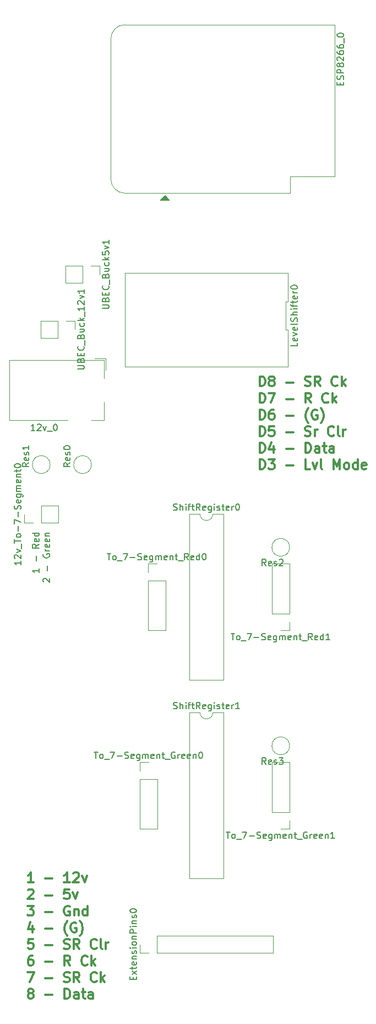
<source format=gbr>
%TF.GenerationSoftware,KiCad,Pcbnew,(5.1.10)-1*%
%TF.CreationDate,2021-11-06T15:15:10-06:00*%
%TF.ProjectId,12v_7-SegmentTriColor_Controller,3132765f-372d-4536-9567-6d656e745472,rev?*%
%TF.SameCoordinates,Original*%
%TF.FileFunction,Legend,Top*%
%TF.FilePolarity,Positive*%
%FSLAX46Y46*%
G04 Gerber Fmt 4.6, Leading zero omitted, Abs format (unit mm)*
G04 Created by KiCad (PCBNEW (5.1.10)-1) date 2021-11-06 15:15:10*
%MOMM*%
%LPD*%
G01*
G04 APERTURE LIST*
%ADD10C,0.150000*%
%ADD11C,0.300000*%
%ADD12C,0.120000*%
G04 APERTURE END LIST*
D10*
X106307380Y-109951785D02*
X106307380Y-110523214D01*
X106307380Y-110237500D02*
X105307380Y-110237500D01*
X105450238Y-110332738D01*
X105545476Y-110427976D01*
X105593095Y-110523214D01*
X105926428Y-108761309D02*
X105926428Y-107999404D01*
X106307380Y-106189880D02*
X105831190Y-106523214D01*
X106307380Y-106761309D02*
X105307380Y-106761309D01*
X105307380Y-106380357D01*
X105355000Y-106285119D01*
X105402619Y-106237500D01*
X105497857Y-106189880D01*
X105640714Y-106189880D01*
X105735952Y-106237500D01*
X105783571Y-106285119D01*
X105831190Y-106380357D01*
X105831190Y-106761309D01*
X106259761Y-105380357D02*
X106307380Y-105475595D01*
X106307380Y-105666071D01*
X106259761Y-105761309D01*
X106164523Y-105808928D01*
X105783571Y-105808928D01*
X105688333Y-105761309D01*
X105640714Y-105666071D01*
X105640714Y-105475595D01*
X105688333Y-105380357D01*
X105783571Y-105332738D01*
X105878809Y-105332738D01*
X105974047Y-105808928D01*
X106307380Y-104475595D02*
X105307380Y-104475595D01*
X106259761Y-104475595D02*
X106307380Y-104570833D01*
X106307380Y-104761309D01*
X106259761Y-104856547D01*
X106212142Y-104904166D01*
X106116904Y-104951785D01*
X105831190Y-104951785D01*
X105735952Y-104904166D01*
X105688333Y-104856547D01*
X105640714Y-104761309D01*
X105640714Y-104570833D01*
X105688333Y-104475595D01*
X107052619Y-111999404D02*
X107005000Y-111951785D01*
X106957380Y-111856547D01*
X106957380Y-111618452D01*
X107005000Y-111523214D01*
X107052619Y-111475595D01*
X107147857Y-111427976D01*
X107243095Y-111427976D01*
X107385952Y-111475595D01*
X107957380Y-112047023D01*
X107957380Y-111427976D01*
X107576428Y-110237500D02*
X107576428Y-109475595D01*
X107005000Y-107713690D02*
X106957380Y-107808928D01*
X106957380Y-107951785D01*
X107005000Y-108094642D01*
X107100238Y-108189880D01*
X107195476Y-108237500D01*
X107385952Y-108285119D01*
X107528809Y-108285119D01*
X107719285Y-108237500D01*
X107814523Y-108189880D01*
X107909761Y-108094642D01*
X107957380Y-107951785D01*
X107957380Y-107856547D01*
X107909761Y-107713690D01*
X107862142Y-107666071D01*
X107528809Y-107666071D01*
X107528809Y-107856547D01*
X107957380Y-107237500D02*
X107290714Y-107237500D01*
X107481190Y-107237500D02*
X107385952Y-107189880D01*
X107338333Y-107142261D01*
X107290714Y-107047023D01*
X107290714Y-106951785D01*
X107909761Y-106237500D02*
X107957380Y-106332738D01*
X107957380Y-106523214D01*
X107909761Y-106618452D01*
X107814523Y-106666071D01*
X107433571Y-106666071D01*
X107338333Y-106618452D01*
X107290714Y-106523214D01*
X107290714Y-106332738D01*
X107338333Y-106237500D01*
X107433571Y-106189880D01*
X107528809Y-106189880D01*
X107624047Y-106666071D01*
X107909761Y-105380357D02*
X107957380Y-105475595D01*
X107957380Y-105666071D01*
X107909761Y-105761309D01*
X107814523Y-105808928D01*
X107433571Y-105808928D01*
X107338333Y-105761309D01*
X107290714Y-105666071D01*
X107290714Y-105475595D01*
X107338333Y-105380357D01*
X107433571Y-105332738D01*
X107528809Y-105332738D01*
X107624047Y-105808928D01*
X107290714Y-104904166D02*
X107957380Y-104904166D01*
X107385952Y-104904166D02*
X107338333Y-104856547D01*
X107290714Y-104761309D01*
X107290714Y-104618452D01*
X107338333Y-104523214D01*
X107433571Y-104475595D01*
X107957380Y-104475595D01*
D11*
X140252142Y-81933571D02*
X140252142Y-80433571D01*
X140609285Y-80433571D01*
X140823571Y-80505000D01*
X140966428Y-80647857D01*
X141037857Y-80790714D01*
X141109285Y-81076428D01*
X141109285Y-81290714D01*
X141037857Y-81576428D01*
X140966428Y-81719285D01*
X140823571Y-81862142D01*
X140609285Y-81933571D01*
X140252142Y-81933571D01*
X141966428Y-81076428D02*
X141823571Y-81005000D01*
X141752142Y-80933571D01*
X141680714Y-80790714D01*
X141680714Y-80719285D01*
X141752142Y-80576428D01*
X141823571Y-80505000D01*
X141966428Y-80433571D01*
X142252142Y-80433571D01*
X142395000Y-80505000D01*
X142466428Y-80576428D01*
X142537857Y-80719285D01*
X142537857Y-80790714D01*
X142466428Y-80933571D01*
X142395000Y-81005000D01*
X142252142Y-81076428D01*
X141966428Y-81076428D01*
X141823571Y-81147857D01*
X141752142Y-81219285D01*
X141680714Y-81362142D01*
X141680714Y-81647857D01*
X141752142Y-81790714D01*
X141823571Y-81862142D01*
X141966428Y-81933571D01*
X142252142Y-81933571D01*
X142395000Y-81862142D01*
X142466428Y-81790714D01*
X142537857Y-81647857D01*
X142537857Y-81362142D01*
X142466428Y-81219285D01*
X142395000Y-81147857D01*
X142252142Y-81076428D01*
X144323571Y-81362142D02*
X145466428Y-81362142D01*
X147252142Y-81862142D02*
X147466428Y-81933571D01*
X147823571Y-81933571D01*
X147966428Y-81862142D01*
X148037857Y-81790714D01*
X148109285Y-81647857D01*
X148109285Y-81505000D01*
X148037857Y-81362142D01*
X147966428Y-81290714D01*
X147823571Y-81219285D01*
X147537857Y-81147857D01*
X147395000Y-81076428D01*
X147323571Y-81005000D01*
X147252142Y-80862142D01*
X147252142Y-80719285D01*
X147323571Y-80576428D01*
X147395000Y-80505000D01*
X147537857Y-80433571D01*
X147895000Y-80433571D01*
X148109285Y-80505000D01*
X149609285Y-81933571D02*
X149109285Y-81219285D01*
X148752142Y-81933571D02*
X148752142Y-80433571D01*
X149323571Y-80433571D01*
X149466428Y-80505000D01*
X149537857Y-80576428D01*
X149609285Y-80719285D01*
X149609285Y-80933571D01*
X149537857Y-81076428D01*
X149466428Y-81147857D01*
X149323571Y-81219285D01*
X148752142Y-81219285D01*
X152252142Y-81790714D02*
X152180714Y-81862142D01*
X151966428Y-81933571D01*
X151823571Y-81933571D01*
X151609285Y-81862142D01*
X151466428Y-81719285D01*
X151395000Y-81576428D01*
X151323571Y-81290714D01*
X151323571Y-81076428D01*
X151395000Y-80790714D01*
X151466428Y-80647857D01*
X151609285Y-80505000D01*
X151823571Y-80433571D01*
X151966428Y-80433571D01*
X152180714Y-80505000D01*
X152252142Y-80576428D01*
X152895000Y-81933571D02*
X152895000Y-80433571D01*
X153037857Y-81362142D02*
X153466428Y-81933571D01*
X153466428Y-80933571D02*
X152895000Y-81505000D01*
X140252142Y-84483571D02*
X140252142Y-82983571D01*
X140609285Y-82983571D01*
X140823571Y-83055000D01*
X140966428Y-83197857D01*
X141037857Y-83340714D01*
X141109285Y-83626428D01*
X141109285Y-83840714D01*
X141037857Y-84126428D01*
X140966428Y-84269285D01*
X140823571Y-84412142D01*
X140609285Y-84483571D01*
X140252142Y-84483571D01*
X141609285Y-82983571D02*
X142609285Y-82983571D01*
X141966428Y-84483571D01*
X144323571Y-83912142D02*
X145466428Y-83912142D01*
X148180714Y-84483571D02*
X147680714Y-83769285D01*
X147323571Y-84483571D02*
X147323571Y-82983571D01*
X147895000Y-82983571D01*
X148037857Y-83055000D01*
X148109285Y-83126428D01*
X148180714Y-83269285D01*
X148180714Y-83483571D01*
X148109285Y-83626428D01*
X148037857Y-83697857D01*
X147895000Y-83769285D01*
X147323571Y-83769285D01*
X150823571Y-84340714D02*
X150752142Y-84412142D01*
X150537857Y-84483571D01*
X150395000Y-84483571D01*
X150180714Y-84412142D01*
X150037857Y-84269285D01*
X149966428Y-84126428D01*
X149895000Y-83840714D01*
X149895000Y-83626428D01*
X149966428Y-83340714D01*
X150037857Y-83197857D01*
X150180714Y-83055000D01*
X150395000Y-82983571D01*
X150537857Y-82983571D01*
X150752142Y-83055000D01*
X150823571Y-83126428D01*
X151466428Y-84483571D02*
X151466428Y-82983571D01*
X151609285Y-83912142D02*
X152037857Y-84483571D01*
X152037857Y-83483571D02*
X151466428Y-84055000D01*
X140252142Y-87033571D02*
X140252142Y-85533571D01*
X140609285Y-85533571D01*
X140823571Y-85605000D01*
X140966428Y-85747857D01*
X141037857Y-85890714D01*
X141109285Y-86176428D01*
X141109285Y-86390714D01*
X141037857Y-86676428D01*
X140966428Y-86819285D01*
X140823571Y-86962142D01*
X140609285Y-87033571D01*
X140252142Y-87033571D01*
X142395000Y-85533571D02*
X142109285Y-85533571D01*
X141966428Y-85605000D01*
X141895000Y-85676428D01*
X141752142Y-85890714D01*
X141680714Y-86176428D01*
X141680714Y-86747857D01*
X141752142Y-86890714D01*
X141823571Y-86962142D01*
X141966428Y-87033571D01*
X142252142Y-87033571D01*
X142395000Y-86962142D01*
X142466428Y-86890714D01*
X142537857Y-86747857D01*
X142537857Y-86390714D01*
X142466428Y-86247857D01*
X142395000Y-86176428D01*
X142252142Y-86105000D01*
X141966428Y-86105000D01*
X141823571Y-86176428D01*
X141752142Y-86247857D01*
X141680714Y-86390714D01*
X144323571Y-86462142D02*
X145466428Y-86462142D01*
X147752142Y-87605000D02*
X147680714Y-87533571D01*
X147537857Y-87319285D01*
X147466428Y-87176428D01*
X147395000Y-86962142D01*
X147323571Y-86605000D01*
X147323571Y-86319285D01*
X147395000Y-85962142D01*
X147466428Y-85747857D01*
X147537857Y-85605000D01*
X147680714Y-85390714D01*
X147752142Y-85319285D01*
X149109285Y-85605000D02*
X148966428Y-85533571D01*
X148752142Y-85533571D01*
X148537857Y-85605000D01*
X148395000Y-85747857D01*
X148323571Y-85890714D01*
X148252142Y-86176428D01*
X148252142Y-86390714D01*
X148323571Y-86676428D01*
X148395000Y-86819285D01*
X148537857Y-86962142D01*
X148752142Y-87033571D01*
X148895000Y-87033571D01*
X149109285Y-86962142D01*
X149180714Y-86890714D01*
X149180714Y-86390714D01*
X148895000Y-86390714D01*
X149680714Y-87605000D02*
X149752142Y-87533571D01*
X149895000Y-87319285D01*
X149966428Y-87176428D01*
X150037857Y-86962142D01*
X150109285Y-86605000D01*
X150109285Y-86319285D01*
X150037857Y-85962142D01*
X149966428Y-85747857D01*
X149895000Y-85605000D01*
X149752142Y-85390714D01*
X149680714Y-85319285D01*
X140252142Y-89583571D02*
X140252142Y-88083571D01*
X140609285Y-88083571D01*
X140823571Y-88155000D01*
X140966428Y-88297857D01*
X141037857Y-88440714D01*
X141109285Y-88726428D01*
X141109285Y-88940714D01*
X141037857Y-89226428D01*
X140966428Y-89369285D01*
X140823571Y-89512142D01*
X140609285Y-89583571D01*
X140252142Y-89583571D01*
X142466428Y-88083571D02*
X141752142Y-88083571D01*
X141680714Y-88797857D01*
X141752142Y-88726428D01*
X141895000Y-88655000D01*
X142252142Y-88655000D01*
X142395000Y-88726428D01*
X142466428Y-88797857D01*
X142537857Y-88940714D01*
X142537857Y-89297857D01*
X142466428Y-89440714D01*
X142395000Y-89512142D01*
X142252142Y-89583571D01*
X141895000Y-89583571D01*
X141752142Y-89512142D01*
X141680714Y-89440714D01*
X144323571Y-89012142D02*
X145466428Y-89012142D01*
X147252142Y-89512142D02*
X147466428Y-89583571D01*
X147823571Y-89583571D01*
X147966428Y-89512142D01*
X148037857Y-89440714D01*
X148109285Y-89297857D01*
X148109285Y-89155000D01*
X148037857Y-89012142D01*
X147966428Y-88940714D01*
X147823571Y-88869285D01*
X147537857Y-88797857D01*
X147395000Y-88726428D01*
X147323571Y-88655000D01*
X147252142Y-88512142D01*
X147252142Y-88369285D01*
X147323571Y-88226428D01*
X147395000Y-88155000D01*
X147537857Y-88083571D01*
X147895000Y-88083571D01*
X148109285Y-88155000D01*
X148752142Y-89583571D02*
X148752142Y-88583571D01*
X148752142Y-88869285D02*
X148823571Y-88726428D01*
X148895000Y-88655000D01*
X149037857Y-88583571D01*
X149180714Y-88583571D01*
X151680714Y-89440714D02*
X151609285Y-89512142D01*
X151395000Y-89583571D01*
X151252142Y-89583571D01*
X151037857Y-89512142D01*
X150895000Y-89369285D01*
X150823571Y-89226428D01*
X150752142Y-88940714D01*
X150752142Y-88726428D01*
X150823571Y-88440714D01*
X150895000Y-88297857D01*
X151037857Y-88155000D01*
X151252142Y-88083571D01*
X151395000Y-88083571D01*
X151609285Y-88155000D01*
X151680714Y-88226428D01*
X152537857Y-89583571D02*
X152395000Y-89512142D01*
X152323571Y-89369285D01*
X152323571Y-88083571D01*
X153109285Y-89583571D02*
X153109285Y-88583571D01*
X153109285Y-88869285D02*
X153180714Y-88726428D01*
X153252142Y-88655000D01*
X153395000Y-88583571D01*
X153537857Y-88583571D01*
X140252142Y-92133571D02*
X140252142Y-90633571D01*
X140609285Y-90633571D01*
X140823571Y-90705000D01*
X140966428Y-90847857D01*
X141037857Y-90990714D01*
X141109285Y-91276428D01*
X141109285Y-91490714D01*
X141037857Y-91776428D01*
X140966428Y-91919285D01*
X140823571Y-92062142D01*
X140609285Y-92133571D01*
X140252142Y-92133571D01*
X142395000Y-91133571D02*
X142395000Y-92133571D01*
X142037857Y-90562142D02*
X141680714Y-91633571D01*
X142609285Y-91633571D01*
X144323571Y-91562142D02*
X145466428Y-91562142D01*
X147323571Y-92133571D02*
X147323571Y-90633571D01*
X147680714Y-90633571D01*
X147895000Y-90705000D01*
X148037857Y-90847857D01*
X148109285Y-90990714D01*
X148180714Y-91276428D01*
X148180714Y-91490714D01*
X148109285Y-91776428D01*
X148037857Y-91919285D01*
X147895000Y-92062142D01*
X147680714Y-92133571D01*
X147323571Y-92133571D01*
X149466428Y-92133571D02*
X149466428Y-91347857D01*
X149395000Y-91205000D01*
X149252142Y-91133571D01*
X148966428Y-91133571D01*
X148823571Y-91205000D01*
X149466428Y-92062142D02*
X149323571Y-92133571D01*
X148966428Y-92133571D01*
X148823571Y-92062142D01*
X148752142Y-91919285D01*
X148752142Y-91776428D01*
X148823571Y-91633571D01*
X148966428Y-91562142D01*
X149323571Y-91562142D01*
X149466428Y-91490714D01*
X149966428Y-91133571D02*
X150537857Y-91133571D01*
X150180714Y-90633571D02*
X150180714Y-91919285D01*
X150252142Y-92062142D01*
X150395000Y-92133571D01*
X150537857Y-92133571D01*
X151680714Y-92133571D02*
X151680714Y-91347857D01*
X151609285Y-91205000D01*
X151466428Y-91133571D01*
X151180714Y-91133571D01*
X151037857Y-91205000D01*
X151680714Y-92062142D02*
X151537857Y-92133571D01*
X151180714Y-92133571D01*
X151037857Y-92062142D01*
X150966428Y-91919285D01*
X150966428Y-91776428D01*
X151037857Y-91633571D01*
X151180714Y-91562142D01*
X151537857Y-91562142D01*
X151680714Y-91490714D01*
X140252142Y-94683571D02*
X140252142Y-93183571D01*
X140609285Y-93183571D01*
X140823571Y-93255000D01*
X140966428Y-93397857D01*
X141037857Y-93540714D01*
X141109285Y-93826428D01*
X141109285Y-94040714D01*
X141037857Y-94326428D01*
X140966428Y-94469285D01*
X140823571Y-94612142D01*
X140609285Y-94683571D01*
X140252142Y-94683571D01*
X141609285Y-93183571D02*
X142537857Y-93183571D01*
X142037857Y-93755000D01*
X142252142Y-93755000D01*
X142395000Y-93826428D01*
X142466428Y-93897857D01*
X142537857Y-94040714D01*
X142537857Y-94397857D01*
X142466428Y-94540714D01*
X142395000Y-94612142D01*
X142252142Y-94683571D01*
X141823571Y-94683571D01*
X141680714Y-94612142D01*
X141609285Y-94540714D01*
X144323571Y-94112142D02*
X145466428Y-94112142D01*
X148037857Y-94683571D02*
X147323571Y-94683571D01*
X147323571Y-93183571D01*
X148395000Y-93683571D02*
X148752142Y-94683571D01*
X149109285Y-93683571D01*
X149895000Y-94683571D02*
X149752142Y-94612142D01*
X149680714Y-94469285D01*
X149680714Y-93183571D01*
X151609285Y-94683571D02*
X151609285Y-93183571D01*
X152109285Y-94255000D01*
X152609285Y-93183571D01*
X152609285Y-94683571D01*
X153537857Y-94683571D02*
X153395000Y-94612142D01*
X153323571Y-94540714D01*
X153252142Y-94397857D01*
X153252142Y-93969285D01*
X153323571Y-93826428D01*
X153395000Y-93755000D01*
X153537857Y-93683571D01*
X153752142Y-93683571D01*
X153895000Y-93755000D01*
X153966428Y-93826428D01*
X154037857Y-93969285D01*
X154037857Y-94397857D01*
X153966428Y-94540714D01*
X153895000Y-94612142D01*
X153752142Y-94683571D01*
X153537857Y-94683571D01*
X155323571Y-94683571D02*
X155323571Y-93183571D01*
X155323571Y-94612142D02*
X155180714Y-94683571D01*
X154895000Y-94683571D01*
X154752142Y-94612142D01*
X154680714Y-94540714D01*
X154609285Y-94397857D01*
X154609285Y-93969285D01*
X154680714Y-93826428D01*
X154752142Y-93755000D01*
X154895000Y-93683571D01*
X155180714Y-93683571D01*
X155323571Y-93755000D01*
X156609285Y-94612142D02*
X156466428Y-94683571D01*
X156180714Y-94683571D01*
X156037857Y-94612142D01*
X155966428Y-94469285D01*
X155966428Y-93897857D01*
X156037857Y-93755000D01*
X156180714Y-93683571D01*
X156466428Y-93683571D01*
X156609285Y-93755000D01*
X156680714Y-93897857D01*
X156680714Y-94040714D01*
X155966428Y-94183571D01*
X105477857Y-158123571D02*
X104620714Y-158123571D01*
X105049285Y-158123571D02*
X105049285Y-156623571D01*
X104906428Y-156837857D01*
X104763571Y-156980714D01*
X104620714Y-157052142D01*
X107263571Y-157552142D02*
X108406428Y-157552142D01*
X111049285Y-158123571D02*
X110192142Y-158123571D01*
X110620714Y-158123571D02*
X110620714Y-156623571D01*
X110477857Y-156837857D01*
X110335000Y-156980714D01*
X110192142Y-157052142D01*
X111620714Y-156766428D02*
X111692142Y-156695000D01*
X111835000Y-156623571D01*
X112192142Y-156623571D01*
X112335000Y-156695000D01*
X112406428Y-156766428D01*
X112477857Y-156909285D01*
X112477857Y-157052142D01*
X112406428Y-157266428D01*
X111549285Y-158123571D01*
X112477857Y-158123571D01*
X112977857Y-157123571D02*
X113335000Y-158123571D01*
X113692142Y-157123571D01*
X104620714Y-159316428D02*
X104692142Y-159245000D01*
X104835000Y-159173571D01*
X105192142Y-159173571D01*
X105335000Y-159245000D01*
X105406428Y-159316428D01*
X105477857Y-159459285D01*
X105477857Y-159602142D01*
X105406428Y-159816428D01*
X104549285Y-160673571D01*
X105477857Y-160673571D01*
X107263571Y-160102142D02*
X108406428Y-160102142D01*
X110977857Y-159173571D02*
X110263571Y-159173571D01*
X110192142Y-159887857D01*
X110263571Y-159816428D01*
X110406428Y-159745000D01*
X110763571Y-159745000D01*
X110906428Y-159816428D01*
X110977857Y-159887857D01*
X111049285Y-160030714D01*
X111049285Y-160387857D01*
X110977857Y-160530714D01*
X110906428Y-160602142D01*
X110763571Y-160673571D01*
X110406428Y-160673571D01*
X110263571Y-160602142D01*
X110192142Y-160530714D01*
X111549285Y-159673571D02*
X111906428Y-160673571D01*
X112263571Y-159673571D01*
X104549285Y-161723571D02*
X105477857Y-161723571D01*
X104977857Y-162295000D01*
X105192142Y-162295000D01*
X105335000Y-162366428D01*
X105406428Y-162437857D01*
X105477857Y-162580714D01*
X105477857Y-162937857D01*
X105406428Y-163080714D01*
X105335000Y-163152142D01*
X105192142Y-163223571D01*
X104763571Y-163223571D01*
X104620714Y-163152142D01*
X104549285Y-163080714D01*
X107263571Y-162652142D02*
X108406428Y-162652142D01*
X111049285Y-161795000D02*
X110906428Y-161723571D01*
X110692142Y-161723571D01*
X110477857Y-161795000D01*
X110335000Y-161937857D01*
X110263571Y-162080714D01*
X110192142Y-162366428D01*
X110192142Y-162580714D01*
X110263571Y-162866428D01*
X110335000Y-163009285D01*
X110477857Y-163152142D01*
X110692142Y-163223571D01*
X110835000Y-163223571D01*
X111049285Y-163152142D01*
X111120714Y-163080714D01*
X111120714Y-162580714D01*
X110835000Y-162580714D01*
X111763571Y-162223571D02*
X111763571Y-163223571D01*
X111763571Y-162366428D02*
X111835000Y-162295000D01*
X111977857Y-162223571D01*
X112192142Y-162223571D01*
X112335000Y-162295000D01*
X112406428Y-162437857D01*
X112406428Y-163223571D01*
X113763571Y-163223571D02*
X113763571Y-161723571D01*
X113763571Y-163152142D02*
X113620714Y-163223571D01*
X113335000Y-163223571D01*
X113192142Y-163152142D01*
X113120714Y-163080714D01*
X113049285Y-162937857D01*
X113049285Y-162509285D01*
X113120714Y-162366428D01*
X113192142Y-162295000D01*
X113335000Y-162223571D01*
X113620714Y-162223571D01*
X113763571Y-162295000D01*
X105335000Y-164773571D02*
X105335000Y-165773571D01*
X104977857Y-164202142D02*
X104620714Y-165273571D01*
X105549285Y-165273571D01*
X107263571Y-165202142D02*
X108406428Y-165202142D01*
X110692142Y-166345000D02*
X110620714Y-166273571D01*
X110477857Y-166059285D01*
X110406428Y-165916428D01*
X110335000Y-165702142D01*
X110263571Y-165345000D01*
X110263571Y-165059285D01*
X110335000Y-164702142D01*
X110406428Y-164487857D01*
X110477857Y-164345000D01*
X110620714Y-164130714D01*
X110692142Y-164059285D01*
X112049285Y-164345000D02*
X111906428Y-164273571D01*
X111692142Y-164273571D01*
X111477857Y-164345000D01*
X111335000Y-164487857D01*
X111263571Y-164630714D01*
X111192142Y-164916428D01*
X111192142Y-165130714D01*
X111263571Y-165416428D01*
X111335000Y-165559285D01*
X111477857Y-165702142D01*
X111692142Y-165773571D01*
X111835000Y-165773571D01*
X112049285Y-165702142D01*
X112120714Y-165630714D01*
X112120714Y-165130714D01*
X111835000Y-165130714D01*
X112620714Y-166345000D02*
X112692142Y-166273571D01*
X112835000Y-166059285D01*
X112906428Y-165916428D01*
X112977857Y-165702142D01*
X113049285Y-165345000D01*
X113049285Y-165059285D01*
X112977857Y-164702142D01*
X112906428Y-164487857D01*
X112835000Y-164345000D01*
X112692142Y-164130714D01*
X112620714Y-164059285D01*
X105406428Y-166823571D02*
X104692142Y-166823571D01*
X104620714Y-167537857D01*
X104692142Y-167466428D01*
X104835000Y-167395000D01*
X105192142Y-167395000D01*
X105335000Y-167466428D01*
X105406428Y-167537857D01*
X105477857Y-167680714D01*
X105477857Y-168037857D01*
X105406428Y-168180714D01*
X105335000Y-168252142D01*
X105192142Y-168323571D01*
X104835000Y-168323571D01*
X104692142Y-168252142D01*
X104620714Y-168180714D01*
X107263571Y-167752142D02*
X108406428Y-167752142D01*
X110192142Y-168252142D02*
X110406428Y-168323571D01*
X110763571Y-168323571D01*
X110906428Y-168252142D01*
X110977857Y-168180714D01*
X111049285Y-168037857D01*
X111049285Y-167895000D01*
X110977857Y-167752142D01*
X110906428Y-167680714D01*
X110763571Y-167609285D01*
X110477857Y-167537857D01*
X110335000Y-167466428D01*
X110263571Y-167395000D01*
X110192142Y-167252142D01*
X110192142Y-167109285D01*
X110263571Y-166966428D01*
X110335000Y-166895000D01*
X110477857Y-166823571D01*
X110835000Y-166823571D01*
X111049285Y-166895000D01*
X112549285Y-168323571D02*
X112049285Y-167609285D01*
X111692142Y-168323571D02*
X111692142Y-166823571D01*
X112263571Y-166823571D01*
X112406428Y-166895000D01*
X112477857Y-166966428D01*
X112549285Y-167109285D01*
X112549285Y-167323571D01*
X112477857Y-167466428D01*
X112406428Y-167537857D01*
X112263571Y-167609285D01*
X111692142Y-167609285D01*
X115192142Y-168180714D02*
X115120714Y-168252142D01*
X114906428Y-168323571D01*
X114763571Y-168323571D01*
X114549285Y-168252142D01*
X114406428Y-168109285D01*
X114335000Y-167966428D01*
X114263571Y-167680714D01*
X114263571Y-167466428D01*
X114335000Y-167180714D01*
X114406428Y-167037857D01*
X114549285Y-166895000D01*
X114763571Y-166823571D01*
X114906428Y-166823571D01*
X115120714Y-166895000D01*
X115192142Y-166966428D01*
X116049285Y-168323571D02*
X115906428Y-168252142D01*
X115835000Y-168109285D01*
X115835000Y-166823571D01*
X116620714Y-168323571D02*
X116620714Y-167323571D01*
X116620714Y-167609285D02*
X116692142Y-167466428D01*
X116763571Y-167395000D01*
X116906428Y-167323571D01*
X117049285Y-167323571D01*
X105335000Y-169373571D02*
X105049285Y-169373571D01*
X104906428Y-169445000D01*
X104835000Y-169516428D01*
X104692142Y-169730714D01*
X104620714Y-170016428D01*
X104620714Y-170587857D01*
X104692142Y-170730714D01*
X104763571Y-170802142D01*
X104906428Y-170873571D01*
X105192142Y-170873571D01*
X105335000Y-170802142D01*
X105406428Y-170730714D01*
X105477857Y-170587857D01*
X105477857Y-170230714D01*
X105406428Y-170087857D01*
X105335000Y-170016428D01*
X105192142Y-169945000D01*
X104906428Y-169945000D01*
X104763571Y-170016428D01*
X104692142Y-170087857D01*
X104620714Y-170230714D01*
X107263571Y-170302142D02*
X108406428Y-170302142D01*
X111120714Y-170873571D02*
X110620714Y-170159285D01*
X110263571Y-170873571D02*
X110263571Y-169373571D01*
X110835000Y-169373571D01*
X110977857Y-169445000D01*
X111049285Y-169516428D01*
X111120714Y-169659285D01*
X111120714Y-169873571D01*
X111049285Y-170016428D01*
X110977857Y-170087857D01*
X110835000Y-170159285D01*
X110263571Y-170159285D01*
X113763571Y-170730714D02*
X113692142Y-170802142D01*
X113477857Y-170873571D01*
X113335000Y-170873571D01*
X113120714Y-170802142D01*
X112977857Y-170659285D01*
X112906428Y-170516428D01*
X112835000Y-170230714D01*
X112835000Y-170016428D01*
X112906428Y-169730714D01*
X112977857Y-169587857D01*
X113120714Y-169445000D01*
X113335000Y-169373571D01*
X113477857Y-169373571D01*
X113692142Y-169445000D01*
X113763571Y-169516428D01*
X114406428Y-170873571D02*
X114406428Y-169373571D01*
X114549285Y-170302142D02*
X114977857Y-170873571D01*
X114977857Y-169873571D02*
X114406428Y-170445000D01*
X104549285Y-171923571D02*
X105549285Y-171923571D01*
X104906428Y-173423571D01*
X107263571Y-172852142D02*
X108406428Y-172852142D01*
X110192142Y-173352142D02*
X110406428Y-173423571D01*
X110763571Y-173423571D01*
X110906428Y-173352142D01*
X110977857Y-173280714D01*
X111049285Y-173137857D01*
X111049285Y-172995000D01*
X110977857Y-172852142D01*
X110906428Y-172780714D01*
X110763571Y-172709285D01*
X110477857Y-172637857D01*
X110335000Y-172566428D01*
X110263571Y-172495000D01*
X110192142Y-172352142D01*
X110192142Y-172209285D01*
X110263571Y-172066428D01*
X110335000Y-171995000D01*
X110477857Y-171923571D01*
X110835000Y-171923571D01*
X111049285Y-171995000D01*
X112549285Y-173423571D02*
X112049285Y-172709285D01*
X111692142Y-173423571D02*
X111692142Y-171923571D01*
X112263571Y-171923571D01*
X112406428Y-171995000D01*
X112477857Y-172066428D01*
X112549285Y-172209285D01*
X112549285Y-172423571D01*
X112477857Y-172566428D01*
X112406428Y-172637857D01*
X112263571Y-172709285D01*
X111692142Y-172709285D01*
X115192142Y-173280714D02*
X115120714Y-173352142D01*
X114906428Y-173423571D01*
X114763571Y-173423571D01*
X114549285Y-173352142D01*
X114406428Y-173209285D01*
X114335000Y-173066428D01*
X114263571Y-172780714D01*
X114263571Y-172566428D01*
X114335000Y-172280714D01*
X114406428Y-172137857D01*
X114549285Y-171995000D01*
X114763571Y-171923571D01*
X114906428Y-171923571D01*
X115120714Y-171995000D01*
X115192142Y-172066428D01*
X115835000Y-173423571D02*
X115835000Y-171923571D01*
X115977857Y-172852142D02*
X116406428Y-173423571D01*
X116406428Y-172423571D02*
X115835000Y-172995000D01*
X104906428Y-175116428D02*
X104763571Y-175045000D01*
X104692142Y-174973571D01*
X104620714Y-174830714D01*
X104620714Y-174759285D01*
X104692142Y-174616428D01*
X104763571Y-174545000D01*
X104906428Y-174473571D01*
X105192142Y-174473571D01*
X105335000Y-174545000D01*
X105406428Y-174616428D01*
X105477857Y-174759285D01*
X105477857Y-174830714D01*
X105406428Y-174973571D01*
X105335000Y-175045000D01*
X105192142Y-175116428D01*
X104906428Y-175116428D01*
X104763571Y-175187857D01*
X104692142Y-175259285D01*
X104620714Y-175402142D01*
X104620714Y-175687857D01*
X104692142Y-175830714D01*
X104763571Y-175902142D01*
X104906428Y-175973571D01*
X105192142Y-175973571D01*
X105335000Y-175902142D01*
X105406428Y-175830714D01*
X105477857Y-175687857D01*
X105477857Y-175402142D01*
X105406428Y-175259285D01*
X105335000Y-175187857D01*
X105192142Y-175116428D01*
X107263571Y-175402142D02*
X108406428Y-175402142D01*
X110263571Y-175973571D02*
X110263571Y-174473571D01*
X110620714Y-174473571D01*
X110835000Y-174545000D01*
X110977857Y-174687857D01*
X111049285Y-174830714D01*
X111120714Y-175116428D01*
X111120714Y-175330714D01*
X111049285Y-175616428D01*
X110977857Y-175759285D01*
X110835000Y-175902142D01*
X110620714Y-175973571D01*
X110263571Y-175973571D01*
X112406428Y-175973571D02*
X112406428Y-175187857D01*
X112335000Y-175045000D01*
X112192142Y-174973571D01*
X111906428Y-174973571D01*
X111763571Y-175045000D01*
X112406428Y-175902142D02*
X112263571Y-175973571D01*
X111906428Y-175973571D01*
X111763571Y-175902142D01*
X111692142Y-175759285D01*
X111692142Y-175616428D01*
X111763571Y-175473571D01*
X111906428Y-175402142D01*
X112263571Y-175402142D01*
X112406428Y-175330714D01*
X112906428Y-174973571D02*
X113477857Y-174973571D01*
X113120714Y-174473571D02*
X113120714Y-175759285D01*
X113192142Y-175902142D01*
X113335000Y-175973571D01*
X113477857Y-175973571D01*
X114620714Y-175973571D02*
X114620714Y-175187857D01*
X114549285Y-175045000D01*
X114406428Y-174973571D01*
X114120714Y-174973571D01*
X113977857Y-175045000D01*
X114620714Y-175902142D02*
X114477857Y-175973571D01*
X114120714Y-175973571D01*
X113977857Y-175902142D01*
X113906428Y-175759285D01*
X113906428Y-175616428D01*
X113977857Y-175473571D01*
X114120714Y-175402142D01*
X114477857Y-175402142D01*
X114620714Y-175330714D01*
D12*
%TO.C,UBEC_Buck_12v1*%
X111820000Y-71900000D02*
X111820000Y-73230000D01*
X110490000Y-71900000D02*
X111820000Y-71900000D01*
X109220000Y-71900000D02*
X109220000Y-74560000D01*
X109220000Y-74560000D02*
X106620000Y-74560000D01*
X109220000Y-71900000D02*
X106620000Y-71900000D01*
X106620000Y-71900000D02*
X106620000Y-74560000D01*
%TO.C,UBEC_Buck5v1*%
X115630000Y-63440000D02*
X115630000Y-64770000D01*
X114300000Y-63440000D02*
X115630000Y-63440000D01*
X113030000Y-63440000D02*
X113030000Y-66100000D01*
X113030000Y-66100000D02*
X110430000Y-66100000D01*
X113030000Y-63440000D02*
X110430000Y-63440000D01*
X110430000Y-63440000D02*
X110430000Y-66100000D01*
%TO.C,LevelShifter0*%
X144610000Y-68926667D02*
X144610000Y-64540001D01*
X144250000Y-68926667D02*
X144610000Y-68926667D01*
X144250000Y-73313333D02*
X144250000Y-68926667D01*
X144610000Y-73313333D02*
X144250000Y-73313333D01*
X144610000Y-78970000D02*
X144610000Y-73313333D01*
X119550000Y-78969999D02*
X144610000Y-78970000D01*
X119550000Y-64540000D02*
X119550000Y-78969999D01*
X144610000Y-64540001D02*
X119550000Y-64540000D01*
%TO.C,12v_To-7-Segment0*%
X104080000Y-102930000D02*
X104080000Y-101600000D01*
X105410000Y-102930000D02*
X104080000Y-102930000D01*
X106680000Y-102930000D02*
X106680000Y-100270000D01*
X106680000Y-100270000D02*
X109280000Y-100270000D01*
X106680000Y-102930000D02*
X109280000Y-102930000D01*
X109280000Y-102930000D02*
X109280000Y-100270000D01*
%TO.C,Res1*%
X106680000Y-92610000D02*
X106680000Y-92540000D01*
X108050000Y-93980000D02*
G75*
G03*
X108050000Y-93980000I-1370000J0D01*
G01*
%TO.C,12v_0*%
X116610000Y-77710000D02*
X116610000Y-79450000D01*
X114870000Y-77710000D02*
X116610000Y-77710000D01*
X116370000Y-87150000D02*
X114370000Y-87150000D01*
X116370000Y-84350000D02*
X116370000Y-87150000D01*
X116370000Y-77950000D02*
X116370000Y-80750000D01*
X101770000Y-77950000D02*
X116370000Y-77950000D01*
X101770000Y-87150000D02*
X101770000Y-77950000D01*
X110770000Y-87150000D02*
X101770000Y-87150000D01*
%TO.C,To_7-Segment_Red1*%
X144840000Y-119440000D02*
X143510000Y-119440000D01*
X144840000Y-118110000D02*
X144840000Y-119440000D01*
X144840000Y-116840000D02*
X142180000Y-116840000D01*
X142180000Y-116840000D02*
X142180000Y-109160000D01*
X144840000Y-116840000D02*
X144840000Y-109160000D01*
X144840000Y-109160000D02*
X142180000Y-109160000D01*
%TO.C,To_7-Segment_Red0*%
X123130000Y-109160000D02*
X124460000Y-109160000D01*
X123130000Y-110490000D02*
X123130000Y-109160000D01*
X123130000Y-111760000D02*
X125790000Y-111760000D01*
X125790000Y-111760000D02*
X125790000Y-119440000D01*
X123130000Y-111760000D02*
X123130000Y-119440000D01*
X123130000Y-119440000D02*
X125790000Y-119440000D01*
%TO.C,To_7-Segment_Green1*%
X144840000Y-149920000D02*
X143510000Y-149920000D01*
X144840000Y-148590000D02*
X144840000Y-149920000D01*
X144840000Y-147320000D02*
X142180000Y-147320000D01*
X142180000Y-147320000D02*
X142180000Y-139640000D01*
X144840000Y-147320000D02*
X144840000Y-139640000D01*
X144840000Y-139640000D02*
X142180000Y-139640000D01*
%TO.C,To_7-Segment_Green0*%
X121860000Y-139640000D02*
X123190000Y-139640000D01*
X121860000Y-140970000D02*
X121860000Y-139640000D01*
X121860000Y-142240000D02*
X124520000Y-142240000D01*
X124520000Y-142240000D02*
X124520000Y-149920000D01*
X121860000Y-142240000D02*
X121860000Y-149920000D01*
X121860000Y-149920000D02*
X124520000Y-149920000D01*
%TO.C,ShiftRegister1*%
X134730000Y-132020000D02*
X133080000Y-132020000D01*
X134730000Y-157540000D02*
X134730000Y-132020000D01*
X129430000Y-157540000D02*
X134730000Y-157540000D01*
X129430000Y-132020000D02*
X129430000Y-157540000D01*
X131080000Y-132020000D02*
X129430000Y-132020000D01*
X133080000Y-132020000D02*
G75*
G02*
X131080000Y-132020000I-1000000J0D01*
G01*
%TO.C,ShiftRegister0*%
X134730000Y-101540000D02*
X133080000Y-101540000D01*
X134730000Y-127060000D02*
X134730000Y-101540000D01*
X129430000Y-127060000D02*
X134730000Y-127060000D01*
X129430000Y-101540000D02*
X129430000Y-127060000D01*
X131080000Y-101540000D02*
X129430000Y-101540000D01*
X133080000Y-101540000D02*
G75*
G02*
X131080000Y-101540000I-1000000J0D01*
G01*
%TO.C,Res3*%
X142140000Y-137160000D02*
X142070000Y-137160000D01*
X144880000Y-137160000D02*
G75*
G03*
X144880000Y-137160000I-1370000J0D01*
G01*
%TO.C,Res2*%
X142140000Y-106680000D02*
X142070000Y-106680000D01*
X144880000Y-106680000D02*
G75*
G03*
X144880000Y-106680000I-1370000J0D01*
G01*
%TO.C,Res0*%
X113030000Y-92610000D02*
X113030000Y-92540000D01*
X114400000Y-93980000D02*
G75*
G03*
X114400000Y-93980000I-1370000J0D01*
G01*
%TO.C,ExtensionPins0*%
X121860000Y-168970000D02*
X121860000Y-167640000D01*
X123190000Y-168970000D02*
X121860000Y-168970000D01*
X124460000Y-168970000D02*
X124460000Y-166310000D01*
X124460000Y-166310000D02*
X142300000Y-166310000D01*
X124460000Y-168970000D02*
X142300000Y-168970000D01*
X142300000Y-168970000D02*
X142300000Y-166310000D01*
%TO.C,ESP8266_0*%
X144950000Y-49760000D02*
X151850000Y-49760000D01*
X144950000Y-52300000D02*
X144950000Y-49760000D01*
D10*
G36*
X125095000Y-53340000D02*
G01*
X126365000Y-53340000D01*
X125730000Y-52705000D01*
X125095000Y-53340000D01*
G37*
X125095000Y-53340000D02*
X126365000Y-53340000D01*
X125730000Y-52705000D01*
X125095000Y-53340000D01*
D12*
X117390000Y-28560000D02*
X117390000Y-50170000D01*
X151850000Y-26440000D02*
X119520000Y-26440000D01*
X144950000Y-52300000D02*
X119520000Y-52300000D01*
X151850000Y-49760000D02*
X151850000Y-26440000D01*
X117390000Y-28570000D02*
G75*
G02*
X119520000Y-26440000I2130000J0D01*
G01*
X119520000Y-52300000D02*
G75*
G02*
X117390000Y-50170000I0J2130000D01*
G01*
%TO.C,UBEC_Buck_12v1*%
D10*
X112272380Y-79325238D02*
X113081904Y-79325238D01*
X113177142Y-79277619D01*
X113224761Y-79230000D01*
X113272380Y-79134761D01*
X113272380Y-78944285D01*
X113224761Y-78849047D01*
X113177142Y-78801428D01*
X113081904Y-78753809D01*
X112272380Y-78753809D01*
X112748571Y-77944285D02*
X112796190Y-77801428D01*
X112843809Y-77753809D01*
X112939047Y-77706190D01*
X113081904Y-77706190D01*
X113177142Y-77753809D01*
X113224761Y-77801428D01*
X113272380Y-77896666D01*
X113272380Y-78277619D01*
X112272380Y-78277619D01*
X112272380Y-77944285D01*
X112320000Y-77849047D01*
X112367619Y-77801428D01*
X112462857Y-77753809D01*
X112558095Y-77753809D01*
X112653333Y-77801428D01*
X112700952Y-77849047D01*
X112748571Y-77944285D01*
X112748571Y-78277619D01*
X112748571Y-77277619D02*
X112748571Y-76944285D01*
X113272380Y-76801428D02*
X113272380Y-77277619D01*
X112272380Y-77277619D01*
X112272380Y-76801428D01*
X113177142Y-75801428D02*
X113224761Y-75849047D01*
X113272380Y-75991904D01*
X113272380Y-76087142D01*
X113224761Y-76230000D01*
X113129523Y-76325238D01*
X113034285Y-76372857D01*
X112843809Y-76420476D01*
X112700952Y-76420476D01*
X112510476Y-76372857D01*
X112415238Y-76325238D01*
X112320000Y-76230000D01*
X112272380Y-76087142D01*
X112272380Y-75991904D01*
X112320000Y-75849047D01*
X112367619Y-75801428D01*
X113367619Y-75610952D02*
X113367619Y-74849047D01*
X112748571Y-74277619D02*
X112796190Y-74134761D01*
X112843809Y-74087142D01*
X112939047Y-74039523D01*
X113081904Y-74039523D01*
X113177142Y-74087142D01*
X113224761Y-74134761D01*
X113272380Y-74230000D01*
X113272380Y-74610952D01*
X112272380Y-74610952D01*
X112272380Y-74277619D01*
X112320000Y-74182380D01*
X112367619Y-74134761D01*
X112462857Y-74087142D01*
X112558095Y-74087142D01*
X112653333Y-74134761D01*
X112700952Y-74182380D01*
X112748571Y-74277619D01*
X112748571Y-74610952D01*
X112605714Y-73182380D02*
X113272380Y-73182380D01*
X112605714Y-73610952D02*
X113129523Y-73610952D01*
X113224761Y-73563333D01*
X113272380Y-73468095D01*
X113272380Y-73325238D01*
X113224761Y-73230000D01*
X113177142Y-73182380D01*
X113224761Y-72277619D02*
X113272380Y-72372857D01*
X113272380Y-72563333D01*
X113224761Y-72658571D01*
X113177142Y-72706190D01*
X113081904Y-72753809D01*
X112796190Y-72753809D01*
X112700952Y-72706190D01*
X112653333Y-72658571D01*
X112605714Y-72563333D01*
X112605714Y-72372857D01*
X112653333Y-72277619D01*
X113272380Y-71849047D02*
X112272380Y-71849047D01*
X112891428Y-71753809D02*
X113272380Y-71468095D01*
X112605714Y-71468095D02*
X112986666Y-71849047D01*
X113367619Y-71277619D02*
X113367619Y-70515714D01*
X113272380Y-69753809D02*
X113272380Y-70325238D01*
X113272380Y-70039523D02*
X112272380Y-70039523D01*
X112415238Y-70134761D01*
X112510476Y-70230000D01*
X112558095Y-70325238D01*
X112367619Y-69372857D02*
X112320000Y-69325238D01*
X112272380Y-69230000D01*
X112272380Y-68991904D01*
X112320000Y-68896666D01*
X112367619Y-68849047D01*
X112462857Y-68801428D01*
X112558095Y-68801428D01*
X112700952Y-68849047D01*
X113272380Y-69420476D01*
X113272380Y-68801428D01*
X112605714Y-68468095D02*
X113272380Y-68230000D01*
X112605714Y-67991904D01*
X113272380Y-67087142D02*
X113272380Y-67658571D01*
X113272380Y-67372857D02*
X112272380Y-67372857D01*
X112415238Y-67468095D01*
X112510476Y-67563333D01*
X112558095Y-67658571D01*
%TO.C,UBEC_Buck5v1*%
X116082380Y-70008095D02*
X116891904Y-70008095D01*
X116987142Y-69960476D01*
X117034761Y-69912857D01*
X117082380Y-69817619D01*
X117082380Y-69627142D01*
X117034761Y-69531904D01*
X116987142Y-69484285D01*
X116891904Y-69436666D01*
X116082380Y-69436666D01*
X116558571Y-68627142D02*
X116606190Y-68484285D01*
X116653809Y-68436666D01*
X116749047Y-68389047D01*
X116891904Y-68389047D01*
X116987142Y-68436666D01*
X117034761Y-68484285D01*
X117082380Y-68579523D01*
X117082380Y-68960476D01*
X116082380Y-68960476D01*
X116082380Y-68627142D01*
X116130000Y-68531904D01*
X116177619Y-68484285D01*
X116272857Y-68436666D01*
X116368095Y-68436666D01*
X116463333Y-68484285D01*
X116510952Y-68531904D01*
X116558571Y-68627142D01*
X116558571Y-68960476D01*
X116558571Y-67960476D02*
X116558571Y-67627142D01*
X117082380Y-67484285D02*
X117082380Y-67960476D01*
X116082380Y-67960476D01*
X116082380Y-67484285D01*
X116987142Y-66484285D02*
X117034761Y-66531904D01*
X117082380Y-66674761D01*
X117082380Y-66770000D01*
X117034761Y-66912857D01*
X116939523Y-67008095D01*
X116844285Y-67055714D01*
X116653809Y-67103333D01*
X116510952Y-67103333D01*
X116320476Y-67055714D01*
X116225238Y-67008095D01*
X116130000Y-66912857D01*
X116082380Y-66770000D01*
X116082380Y-66674761D01*
X116130000Y-66531904D01*
X116177619Y-66484285D01*
X117177619Y-66293809D02*
X117177619Y-65531904D01*
X116558571Y-64960476D02*
X116606190Y-64817619D01*
X116653809Y-64770000D01*
X116749047Y-64722380D01*
X116891904Y-64722380D01*
X116987142Y-64770000D01*
X117034761Y-64817619D01*
X117082380Y-64912857D01*
X117082380Y-65293809D01*
X116082380Y-65293809D01*
X116082380Y-64960476D01*
X116130000Y-64865238D01*
X116177619Y-64817619D01*
X116272857Y-64770000D01*
X116368095Y-64770000D01*
X116463333Y-64817619D01*
X116510952Y-64865238D01*
X116558571Y-64960476D01*
X116558571Y-65293809D01*
X116415714Y-63865238D02*
X117082380Y-63865238D01*
X116415714Y-64293809D02*
X116939523Y-64293809D01*
X117034761Y-64246190D01*
X117082380Y-64150952D01*
X117082380Y-64008095D01*
X117034761Y-63912857D01*
X116987142Y-63865238D01*
X117034761Y-62960476D02*
X117082380Y-63055714D01*
X117082380Y-63246190D01*
X117034761Y-63341428D01*
X116987142Y-63389047D01*
X116891904Y-63436666D01*
X116606190Y-63436666D01*
X116510952Y-63389047D01*
X116463333Y-63341428D01*
X116415714Y-63246190D01*
X116415714Y-63055714D01*
X116463333Y-62960476D01*
X117082380Y-62531904D02*
X116082380Y-62531904D01*
X116701428Y-62436666D02*
X117082380Y-62150952D01*
X116415714Y-62150952D02*
X116796666Y-62531904D01*
X116082380Y-61246190D02*
X116082380Y-61722380D01*
X116558571Y-61770000D01*
X116510952Y-61722380D01*
X116463333Y-61627142D01*
X116463333Y-61389047D01*
X116510952Y-61293809D01*
X116558571Y-61246190D01*
X116653809Y-61198571D01*
X116891904Y-61198571D01*
X116987142Y-61246190D01*
X117034761Y-61293809D01*
X117082380Y-61389047D01*
X117082380Y-61627142D01*
X117034761Y-61722380D01*
X116987142Y-61770000D01*
X116415714Y-60865238D02*
X117082380Y-60627142D01*
X116415714Y-60389047D01*
X117082380Y-59484285D02*
X117082380Y-60055714D01*
X117082380Y-59770000D02*
X116082380Y-59770000D01*
X116225238Y-59865238D01*
X116320476Y-59960476D01*
X116368095Y-60055714D01*
%TO.C,LevelShifter0*%
X146062380Y-75262857D02*
X146062380Y-75739047D01*
X145062380Y-75739047D01*
X146014761Y-74548571D02*
X146062380Y-74643809D01*
X146062380Y-74834285D01*
X146014761Y-74929523D01*
X145919523Y-74977142D01*
X145538571Y-74977142D01*
X145443333Y-74929523D01*
X145395714Y-74834285D01*
X145395714Y-74643809D01*
X145443333Y-74548571D01*
X145538571Y-74500952D01*
X145633809Y-74500952D01*
X145729047Y-74977142D01*
X145395714Y-74167619D02*
X146062380Y-73929523D01*
X145395714Y-73691428D01*
X146014761Y-72929523D02*
X146062380Y-73024761D01*
X146062380Y-73215238D01*
X146014761Y-73310476D01*
X145919523Y-73358095D01*
X145538571Y-73358095D01*
X145443333Y-73310476D01*
X145395714Y-73215238D01*
X145395714Y-73024761D01*
X145443333Y-72929523D01*
X145538571Y-72881904D01*
X145633809Y-72881904D01*
X145729047Y-73358095D01*
X146062380Y-72310476D02*
X146014761Y-72405714D01*
X145919523Y-72453333D01*
X145062380Y-72453333D01*
X146014761Y-71977142D02*
X146062380Y-71834285D01*
X146062380Y-71596190D01*
X146014761Y-71500952D01*
X145967142Y-71453333D01*
X145871904Y-71405714D01*
X145776666Y-71405714D01*
X145681428Y-71453333D01*
X145633809Y-71500952D01*
X145586190Y-71596190D01*
X145538571Y-71786666D01*
X145490952Y-71881904D01*
X145443333Y-71929523D01*
X145348095Y-71977142D01*
X145252857Y-71977142D01*
X145157619Y-71929523D01*
X145110000Y-71881904D01*
X145062380Y-71786666D01*
X145062380Y-71548571D01*
X145110000Y-71405714D01*
X146062380Y-70977142D02*
X145062380Y-70977142D01*
X146062380Y-70548571D02*
X145538571Y-70548571D01*
X145443333Y-70596190D01*
X145395714Y-70691428D01*
X145395714Y-70834285D01*
X145443333Y-70929523D01*
X145490952Y-70977142D01*
X146062380Y-70072380D02*
X145395714Y-70072380D01*
X145062380Y-70072380D02*
X145110000Y-70120000D01*
X145157619Y-70072380D01*
X145110000Y-70024761D01*
X145062380Y-70072380D01*
X145157619Y-70072380D01*
X145395714Y-69739047D02*
X145395714Y-69358095D01*
X146062380Y-69596190D02*
X145205238Y-69596190D01*
X145110000Y-69548571D01*
X145062380Y-69453333D01*
X145062380Y-69358095D01*
X145395714Y-69167619D02*
X145395714Y-68786666D01*
X145062380Y-69024761D02*
X145919523Y-69024761D01*
X146014761Y-68977142D01*
X146062380Y-68881904D01*
X146062380Y-68786666D01*
X146014761Y-68072380D02*
X146062380Y-68167619D01*
X146062380Y-68358095D01*
X146014761Y-68453333D01*
X145919523Y-68500952D01*
X145538571Y-68500952D01*
X145443333Y-68453333D01*
X145395714Y-68358095D01*
X145395714Y-68167619D01*
X145443333Y-68072380D01*
X145538571Y-68024761D01*
X145633809Y-68024761D01*
X145729047Y-68500952D01*
X146062380Y-67596190D02*
X145395714Y-67596190D01*
X145586190Y-67596190D02*
X145490952Y-67548571D01*
X145443333Y-67500952D01*
X145395714Y-67405714D01*
X145395714Y-67310476D01*
X145062380Y-66786666D02*
X145062380Y-66691428D01*
X145110000Y-66596190D01*
X145157619Y-66548571D01*
X145252857Y-66500952D01*
X145443333Y-66453333D01*
X145681428Y-66453333D01*
X145871904Y-66500952D01*
X145967142Y-66548571D01*
X146014761Y-66596190D01*
X146062380Y-66691428D01*
X146062380Y-66786666D01*
X146014761Y-66881904D01*
X145967142Y-66929523D01*
X145871904Y-66977142D01*
X145681428Y-67024761D01*
X145443333Y-67024761D01*
X145252857Y-66977142D01*
X145157619Y-66929523D01*
X145110000Y-66881904D01*
X145062380Y-66786666D01*
%TO.C,12v_To-7-Segment0*%
X103532380Y-108766666D02*
X103532380Y-109338095D01*
X103532380Y-109052380D02*
X102532380Y-109052380D01*
X102675238Y-109147619D01*
X102770476Y-109242857D01*
X102818095Y-109338095D01*
X102627619Y-108385714D02*
X102580000Y-108338095D01*
X102532380Y-108242857D01*
X102532380Y-108004761D01*
X102580000Y-107909523D01*
X102627619Y-107861904D01*
X102722857Y-107814285D01*
X102818095Y-107814285D01*
X102960952Y-107861904D01*
X103532380Y-108433333D01*
X103532380Y-107814285D01*
X102865714Y-107480952D02*
X103532380Y-107242857D01*
X102865714Y-107004761D01*
X103627619Y-106861904D02*
X103627619Y-106100000D01*
X102532380Y-106004761D02*
X102532380Y-105433333D01*
X103532380Y-105719047D02*
X102532380Y-105719047D01*
X103532380Y-104957142D02*
X103484761Y-105052380D01*
X103437142Y-105100000D01*
X103341904Y-105147619D01*
X103056190Y-105147619D01*
X102960952Y-105100000D01*
X102913333Y-105052380D01*
X102865714Y-104957142D01*
X102865714Y-104814285D01*
X102913333Y-104719047D01*
X102960952Y-104671428D01*
X103056190Y-104623809D01*
X103341904Y-104623809D01*
X103437142Y-104671428D01*
X103484761Y-104719047D01*
X103532380Y-104814285D01*
X103532380Y-104957142D01*
X103151428Y-104195238D02*
X103151428Y-103433333D01*
X102532380Y-103052380D02*
X102532380Y-102385714D01*
X103532380Y-102814285D01*
X103151428Y-102004761D02*
X103151428Y-101242857D01*
X103484761Y-100814285D02*
X103532380Y-100671428D01*
X103532380Y-100433333D01*
X103484761Y-100338095D01*
X103437142Y-100290476D01*
X103341904Y-100242857D01*
X103246666Y-100242857D01*
X103151428Y-100290476D01*
X103103809Y-100338095D01*
X103056190Y-100433333D01*
X103008571Y-100623809D01*
X102960952Y-100719047D01*
X102913333Y-100766666D01*
X102818095Y-100814285D01*
X102722857Y-100814285D01*
X102627619Y-100766666D01*
X102580000Y-100719047D01*
X102532380Y-100623809D01*
X102532380Y-100385714D01*
X102580000Y-100242857D01*
X103484761Y-99433333D02*
X103532380Y-99528571D01*
X103532380Y-99719047D01*
X103484761Y-99814285D01*
X103389523Y-99861904D01*
X103008571Y-99861904D01*
X102913333Y-99814285D01*
X102865714Y-99719047D01*
X102865714Y-99528571D01*
X102913333Y-99433333D01*
X103008571Y-99385714D01*
X103103809Y-99385714D01*
X103199047Y-99861904D01*
X102865714Y-98528571D02*
X103675238Y-98528571D01*
X103770476Y-98576190D01*
X103818095Y-98623809D01*
X103865714Y-98719047D01*
X103865714Y-98861904D01*
X103818095Y-98957142D01*
X103484761Y-98528571D02*
X103532380Y-98623809D01*
X103532380Y-98814285D01*
X103484761Y-98909523D01*
X103437142Y-98957142D01*
X103341904Y-99004761D01*
X103056190Y-99004761D01*
X102960952Y-98957142D01*
X102913333Y-98909523D01*
X102865714Y-98814285D01*
X102865714Y-98623809D01*
X102913333Y-98528571D01*
X103532380Y-98052380D02*
X102865714Y-98052380D01*
X102960952Y-98052380D02*
X102913333Y-98004761D01*
X102865714Y-97909523D01*
X102865714Y-97766666D01*
X102913333Y-97671428D01*
X103008571Y-97623809D01*
X103532380Y-97623809D01*
X103008571Y-97623809D02*
X102913333Y-97576190D01*
X102865714Y-97480952D01*
X102865714Y-97338095D01*
X102913333Y-97242857D01*
X103008571Y-97195238D01*
X103532380Y-97195238D01*
X103484761Y-96338095D02*
X103532380Y-96433333D01*
X103532380Y-96623809D01*
X103484761Y-96719047D01*
X103389523Y-96766666D01*
X103008571Y-96766666D01*
X102913333Y-96719047D01*
X102865714Y-96623809D01*
X102865714Y-96433333D01*
X102913333Y-96338095D01*
X103008571Y-96290476D01*
X103103809Y-96290476D01*
X103199047Y-96766666D01*
X102865714Y-95861904D02*
X103532380Y-95861904D01*
X102960952Y-95861904D02*
X102913333Y-95814285D01*
X102865714Y-95719047D01*
X102865714Y-95576190D01*
X102913333Y-95480952D01*
X103008571Y-95433333D01*
X103532380Y-95433333D01*
X102865714Y-95100000D02*
X102865714Y-94719047D01*
X102532380Y-94957142D02*
X103389523Y-94957142D01*
X103484761Y-94909523D01*
X103532380Y-94814285D01*
X103532380Y-94719047D01*
X102532380Y-94195238D02*
X102532380Y-94100000D01*
X102580000Y-94004761D01*
X102627619Y-93957142D01*
X102722857Y-93909523D01*
X102913333Y-93861904D01*
X103151428Y-93861904D01*
X103341904Y-93909523D01*
X103437142Y-93957142D01*
X103484761Y-94004761D01*
X103532380Y-94100000D01*
X103532380Y-94195238D01*
X103484761Y-94290476D01*
X103437142Y-94338095D01*
X103341904Y-94385714D01*
X103151428Y-94433333D01*
X102913333Y-94433333D01*
X102722857Y-94385714D01*
X102627619Y-94338095D01*
X102580000Y-94290476D01*
X102532380Y-94195238D01*
%TO.C,Res1*%
X104762380Y-93710000D02*
X104286190Y-94043333D01*
X104762380Y-94281428D02*
X103762380Y-94281428D01*
X103762380Y-93900476D01*
X103810000Y-93805238D01*
X103857619Y-93757619D01*
X103952857Y-93710000D01*
X104095714Y-93710000D01*
X104190952Y-93757619D01*
X104238571Y-93805238D01*
X104286190Y-93900476D01*
X104286190Y-94281428D01*
X104714761Y-92900476D02*
X104762380Y-92995714D01*
X104762380Y-93186190D01*
X104714761Y-93281428D01*
X104619523Y-93329047D01*
X104238571Y-93329047D01*
X104143333Y-93281428D01*
X104095714Y-93186190D01*
X104095714Y-92995714D01*
X104143333Y-92900476D01*
X104238571Y-92852857D01*
X104333809Y-92852857D01*
X104429047Y-93329047D01*
X104714761Y-92471904D02*
X104762380Y-92376666D01*
X104762380Y-92186190D01*
X104714761Y-92090952D01*
X104619523Y-92043333D01*
X104571904Y-92043333D01*
X104476666Y-92090952D01*
X104429047Y-92186190D01*
X104429047Y-92329047D01*
X104381428Y-92424285D01*
X104286190Y-92471904D01*
X104238571Y-92471904D01*
X104143333Y-92424285D01*
X104095714Y-92329047D01*
X104095714Y-92186190D01*
X104143333Y-92090952D01*
X104762380Y-91090952D02*
X104762380Y-91662380D01*
X104762380Y-91376666D02*
X103762380Y-91376666D01*
X103905238Y-91471904D01*
X104000476Y-91567142D01*
X104048095Y-91662380D01*
%TO.C,12v_0*%
X105691428Y-88752380D02*
X105120000Y-88752380D01*
X105405714Y-88752380D02*
X105405714Y-87752380D01*
X105310476Y-87895238D01*
X105215238Y-87990476D01*
X105120000Y-88038095D01*
X106072380Y-87847619D02*
X106120000Y-87800000D01*
X106215238Y-87752380D01*
X106453333Y-87752380D01*
X106548571Y-87800000D01*
X106596190Y-87847619D01*
X106643809Y-87942857D01*
X106643809Y-88038095D01*
X106596190Y-88180952D01*
X106024761Y-88752380D01*
X106643809Y-88752380D01*
X106977142Y-88085714D02*
X107215238Y-88752380D01*
X107453333Y-88085714D01*
X107596190Y-88847619D02*
X108358095Y-88847619D01*
X108786666Y-87752380D02*
X108881904Y-87752380D01*
X108977142Y-87800000D01*
X109024761Y-87847619D01*
X109072380Y-87942857D01*
X109120000Y-88133333D01*
X109120000Y-88371428D01*
X109072380Y-88561904D01*
X109024761Y-88657142D01*
X108977142Y-88704761D01*
X108881904Y-88752380D01*
X108786666Y-88752380D01*
X108691428Y-88704761D01*
X108643809Y-88657142D01*
X108596190Y-88561904D01*
X108548571Y-88371428D01*
X108548571Y-88133333D01*
X108596190Y-87942857D01*
X108643809Y-87847619D01*
X108691428Y-87800000D01*
X108786666Y-87752380D01*
%TO.C,To_7-Segment_Red1*%
X135867142Y-119892380D02*
X136438571Y-119892380D01*
X136152857Y-120892380D02*
X136152857Y-119892380D01*
X136914761Y-120892380D02*
X136819523Y-120844761D01*
X136771904Y-120797142D01*
X136724285Y-120701904D01*
X136724285Y-120416190D01*
X136771904Y-120320952D01*
X136819523Y-120273333D01*
X136914761Y-120225714D01*
X137057619Y-120225714D01*
X137152857Y-120273333D01*
X137200476Y-120320952D01*
X137248095Y-120416190D01*
X137248095Y-120701904D01*
X137200476Y-120797142D01*
X137152857Y-120844761D01*
X137057619Y-120892380D01*
X136914761Y-120892380D01*
X137438571Y-120987619D02*
X138200476Y-120987619D01*
X138343333Y-119892380D02*
X139010000Y-119892380D01*
X138581428Y-120892380D01*
X139390952Y-120511428D02*
X140152857Y-120511428D01*
X140581428Y-120844761D02*
X140724285Y-120892380D01*
X140962380Y-120892380D01*
X141057619Y-120844761D01*
X141105238Y-120797142D01*
X141152857Y-120701904D01*
X141152857Y-120606666D01*
X141105238Y-120511428D01*
X141057619Y-120463809D01*
X140962380Y-120416190D01*
X140771904Y-120368571D01*
X140676666Y-120320952D01*
X140629047Y-120273333D01*
X140581428Y-120178095D01*
X140581428Y-120082857D01*
X140629047Y-119987619D01*
X140676666Y-119940000D01*
X140771904Y-119892380D01*
X141010000Y-119892380D01*
X141152857Y-119940000D01*
X141962380Y-120844761D02*
X141867142Y-120892380D01*
X141676666Y-120892380D01*
X141581428Y-120844761D01*
X141533809Y-120749523D01*
X141533809Y-120368571D01*
X141581428Y-120273333D01*
X141676666Y-120225714D01*
X141867142Y-120225714D01*
X141962380Y-120273333D01*
X142010000Y-120368571D01*
X142010000Y-120463809D01*
X141533809Y-120559047D01*
X142867142Y-120225714D02*
X142867142Y-121035238D01*
X142819523Y-121130476D01*
X142771904Y-121178095D01*
X142676666Y-121225714D01*
X142533809Y-121225714D01*
X142438571Y-121178095D01*
X142867142Y-120844761D02*
X142771904Y-120892380D01*
X142581428Y-120892380D01*
X142486190Y-120844761D01*
X142438571Y-120797142D01*
X142390952Y-120701904D01*
X142390952Y-120416190D01*
X142438571Y-120320952D01*
X142486190Y-120273333D01*
X142581428Y-120225714D01*
X142771904Y-120225714D01*
X142867142Y-120273333D01*
X143343333Y-120892380D02*
X143343333Y-120225714D01*
X143343333Y-120320952D02*
X143390952Y-120273333D01*
X143486190Y-120225714D01*
X143629047Y-120225714D01*
X143724285Y-120273333D01*
X143771904Y-120368571D01*
X143771904Y-120892380D01*
X143771904Y-120368571D02*
X143819523Y-120273333D01*
X143914761Y-120225714D01*
X144057619Y-120225714D01*
X144152857Y-120273333D01*
X144200476Y-120368571D01*
X144200476Y-120892380D01*
X145057619Y-120844761D02*
X144962380Y-120892380D01*
X144771904Y-120892380D01*
X144676666Y-120844761D01*
X144629047Y-120749523D01*
X144629047Y-120368571D01*
X144676666Y-120273333D01*
X144771904Y-120225714D01*
X144962380Y-120225714D01*
X145057619Y-120273333D01*
X145105238Y-120368571D01*
X145105238Y-120463809D01*
X144629047Y-120559047D01*
X145533809Y-120225714D02*
X145533809Y-120892380D01*
X145533809Y-120320952D02*
X145581428Y-120273333D01*
X145676666Y-120225714D01*
X145819523Y-120225714D01*
X145914761Y-120273333D01*
X145962380Y-120368571D01*
X145962380Y-120892380D01*
X146295714Y-120225714D02*
X146676666Y-120225714D01*
X146438571Y-119892380D02*
X146438571Y-120749523D01*
X146486190Y-120844761D01*
X146581428Y-120892380D01*
X146676666Y-120892380D01*
X146771904Y-120987619D02*
X147533809Y-120987619D01*
X148343333Y-120892380D02*
X148010000Y-120416190D01*
X147771904Y-120892380D02*
X147771904Y-119892380D01*
X148152857Y-119892380D01*
X148248095Y-119940000D01*
X148295714Y-119987619D01*
X148343333Y-120082857D01*
X148343333Y-120225714D01*
X148295714Y-120320952D01*
X148248095Y-120368571D01*
X148152857Y-120416190D01*
X147771904Y-120416190D01*
X149152857Y-120844761D02*
X149057619Y-120892380D01*
X148867142Y-120892380D01*
X148771904Y-120844761D01*
X148724285Y-120749523D01*
X148724285Y-120368571D01*
X148771904Y-120273333D01*
X148867142Y-120225714D01*
X149057619Y-120225714D01*
X149152857Y-120273333D01*
X149200476Y-120368571D01*
X149200476Y-120463809D01*
X148724285Y-120559047D01*
X150057619Y-120892380D02*
X150057619Y-119892380D01*
X150057619Y-120844761D02*
X149962380Y-120892380D01*
X149771904Y-120892380D01*
X149676666Y-120844761D01*
X149629047Y-120797142D01*
X149581428Y-120701904D01*
X149581428Y-120416190D01*
X149629047Y-120320952D01*
X149676666Y-120273333D01*
X149771904Y-120225714D01*
X149962380Y-120225714D01*
X150057619Y-120273333D01*
X151057619Y-120892380D02*
X150486190Y-120892380D01*
X150771904Y-120892380D02*
X150771904Y-119892380D01*
X150676666Y-120035238D01*
X150581428Y-120130476D01*
X150486190Y-120178095D01*
%TO.C,To_7-Segment_Red0*%
X116817142Y-107612380D02*
X117388571Y-107612380D01*
X117102857Y-108612380D02*
X117102857Y-107612380D01*
X117864761Y-108612380D02*
X117769523Y-108564761D01*
X117721904Y-108517142D01*
X117674285Y-108421904D01*
X117674285Y-108136190D01*
X117721904Y-108040952D01*
X117769523Y-107993333D01*
X117864761Y-107945714D01*
X118007619Y-107945714D01*
X118102857Y-107993333D01*
X118150476Y-108040952D01*
X118198095Y-108136190D01*
X118198095Y-108421904D01*
X118150476Y-108517142D01*
X118102857Y-108564761D01*
X118007619Y-108612380D01*
X117864761Y-108612380D01*
X118388571Y-108707619D02*
X119150476Y-108707619D01*
X119293333Y-107612380D02*
X119960000Y-107612380D01*
X119531428Y-108612380D01*
X120340952Y-108231428D02*
X121102857Y-108231428D01*
X121531428Y-108564761D02*
X121674285Y-108612380D01*
X121912380Y-108612380D01*
X122007619Y-108564761D01*
X122055238Y-108517142D01*
X122102857Y-108421904D01*
X122102857Y-108326666D01*
X122055238Y-108231428D01*
X122007619Y-108183809D01*
X121912380Y-108136190D01*
X121721904Y-108088571D01*
X121626666Y-108040952D01*
X121579047Y-107993333D01*
X121531428Y-107898095D01*
X121531428Y-107802857D01*
X121579047Y-107707619D01*
X121626666Y-107660000D01*
X121721904Y-107612380D01*
X121960000Y-107612380D01*
X122102857Y-107660000D01*
X122912380Y-108564761D02*
X122817142Y-108612380D01*
X122626666Y-108612380D01*
X122531428Y-108564761D01*
X122483809Y-108469523D01*
X122483809Y-108088571D01*
X122531428Y-107993333D01*
X122626666Y-107945714D01*
X122817142Y-107945714D01*
X122912380Y-107993333D01*
X122960000Y-108088571D01*
X122960000Y-108183809D01*
X122483809Y-108279047D01*
X123817142Y-107945714D02*
X123817142Y-108755238D01*
X123769523Y-108850476D01*
X123721904Y-108898095D01*
X123626666Y-108945714D01*
X123483809Y-108945714D01*
X123388571Y-108898095D01*
X123817142Y-108564761D02*
X123721904Y-108612380D01*
X123531428Y-108612380D01*
X123436190Y-108564761D01*
X123388571Y-108517142D01*
X123340952Y-108421904D01*
X123340952Y-108136190D01*
X123388571Y-108040952D01*
X123436190Y-107993333D01*
X123531428Y-107945714D01*
X123721904Y-107945714D01*
X123817142Y-107993333D01*
X124293333Y-108612380D02*
X124293333Y-107945714D01*
X124293333Y-108040952D02*
X124340952Y-107993333D01*
X124436190Y-107945714D01*
X124579047Y-107945714D01*
X124674285Y-107993333D01*
X124721904Y-108088571D01*
X124721904Y-108612380D01*
X124721904Y-108088571D02*
X124769523Y-107993333D01*
X124864761Y-107945714D01*
X125007619Y-107945714D01*
X125102857Y-107993333D01*
X125150476Y-108088571D01*
X125150476Y-108612380D01*
X126007619Y-108564761D02*
X125912380Y-108612380D01*
X125721904Y-108612380D01*
X125626666Y-108564761D01*
X125579047Y-108469523D01*
X125579047Y-108088571D01*
X125626666Y-107993333D01*
X125721904Y-107945714D01*
X125912380Y-107945714D01*
X126007619Y-107993333D01*
X126055238Y-108088571D01*
X126055238Y-108183809D01*
X125579047Y-108279047D01*
X126483809Y-107945714D02*
X126483809Y-108612380D01*
X126483809Y-108040952D02*
X126531428Y-107993333D01*
X126626666Y-107945714D01*
X126769523Y-107945714D01*
X126864761Y-107993333D01*
X126912380Y-108088571D01*
X126912380Y-108612380D01*
X127245714Y-107945714D02*
X127626666Y-107945714D01*
X127388571Y-107612380D02*
X127388571Y-108469523D01*
X127436190Y-108564761D01*
X127531428Y-108612380D01*
X127626666Y-108612380D01*
X127721904Y-108707619D02*
X128483809Y-108707619D01*
X129293333Y-108612380D02*
X128960000Y-108136190D01*
X128721904Y-108612380D02*
X128721904Y-107612380D01*
X129102857Y-107612380D01*
X129198095Y-107660000D01*
X129245714Y-107707619D01*
X129293333Y-107802857D01*
X129293333Y-107945714D01*
X129245714Y-108040952D01*
X129198095Y-108088571D01*
X129102857Y-108136190D01*
X128721904Y-108136190D01*
X130102857Y-108564761D02*
X130007619Y-108612380D01*
X129817142Y-108612380D01*
X129721904Y-108564761D01*
X129674285Y-108469523D01*
X129674285Y-108088571D01*
X129721904Y-107993333D01*
X129817142Y-107945714D01*
X130007619Y-107945714D01*
X130102857Y-107993333D01*
X130150476Y-108088571D01*
X130150476Y-108183809D01*
X129674285Y-108279047D01*
X131007619Y-108612380D02*
X131007619Y-107612380D01*
X131007619Y-108564761D02*
X130912380Y-108612380D01*
X130721904Y-108612380D01*
X130626666Y-108564761D01*
X130579047Y-108517142D01*
X130531428Y-108421904D01*
X130531428Y-108136190D01*
X130579047Y-108040952D01*
X130626666Y-107993333D01*
X130721904Y-107945714D01*
X130912380Y-107945714D01*
X131007619Y-107993333D01*
X131674285Y-107612380D02*
X131769523Y-107612380D01*
X131864761Y-107660000D01*
X131912380Y-107707619D01*
X131960000Y-107802857D01*
X132007619Y-107993333D01*
X132007619Y-108231428D01*
X131960000Y-108421904D01*
X131912380Y-108517142D01*
X131864761Y-108564761D01*
X131769523Y-108612380D01*
X131674285Y-108612380D01*
X131579047Y-108564761D01*
X131531428Y-108517142D01*
X131483809Y-108421904D01*
X131436190Y-108231428D01*
X131436190Y-107993333D01*
X131483809Y-107802857D01*
X131531428Y-107707619D01*
X131579047Y-107660000D01*
X131674285Y-107612380D01*
%TO.C,To_7-Segment_Green1*%
X135129047Y-150372380D02*
X135700476Y-150372380D01*
X135414761Y-151372380D02*
X135414761Y-150372380D01*
X136176666Y-151372380D02*
X136081428Y-151324761D01*
X136033809Y-151277142D01*
X135986190Y-151181904D01*
X135986190Y-150896190D01*
X136033809Y-150800952D01*
X136081428Y-150753333D01*
X136176666Y-150705714D01*
X136319523Y-150705714D01*
X136414761Y-150753333D01*
X136462380Y-150800952D01*
X136510000Y-150896190D01*
X136510000Y-151181904D01*
X136462380Y-151277142D01*
X136414761Y-151324761D01*
X136319523Y-151372380D01*
X136176666Y-151372380D01*
X136700476Y-151467619D02*
X137462380Y-151467619D01*
X137605238Y-150372380D02*
X138271904Y-150372380D01*
X137843333Y-151372380D01*
X138652857Y-150991428D02*
X139414761Y-150991428D01*
X139843333Y-151324761D02*
X139986190Y-151372380D01*
X140224285Y-151372380D01*
X140319523Y-151324761D01*
X140367142Y-151277142D01*
X140414761Y-151181904D01*
X140414761Y-151086666D01*
X140367142Y-150991428D01*
X140319523Y-150943809D01*
X140224285Y-150896190D01*
X140033809Y-150848571D01*
X139938571Y-150800952D01*
X139890952Y-150753333D01*
X139843333Y-150658095D01*
X139843333Y-150562857D01*
X139890952Y-150467619D01*
X139938571Y-150420000D01*
X140033809Y-150372380D01*
X140271904Y-150372380D01*
X140414761Y-150420000D01*
X141224285Y-151324761D02*
X141129047Y-151372380D01*
X140938571Y-151372380D01*
X140843333Y-151324761D01*
X140795714Y-151229523D01*
X140795714Y-150848571D01*
X140843333Y-150753333D01*
X140938571Y-150705714D01*
X141129047Y-150705714D01*
X141224285Y-150753333D01*
X141271904Y-150848571D01*
X141271904Y-150943809D01*
X140795714Y-151039047D01*
X142129047Y-150705714D02*
X142129047Y-151515238D01*
X142081428Y-151610476D01*
X142033809Y-151658095D01*
X141938571Y-151705714D01*
X141795714Y-151705714D01*
X141700476Y-151658095D01*
X142129047Y-151324761D02*
X142033809Y-151372380D01*
X141843333Y-151372380D01*
X141748095Y-151324761D01*
X141700476Y-151277142D01*
X141652857Y-151181904D01*
X141652857Y-150896190D01*
X141700476Y-150800952D01*
X141748095Y-150753333D01*
X141843333Y-150705714D01*
X142033809Y-150705714D01*
X142129047Y-150753333D01*
X142605238Y-151372380D02*
X142605238Y-150705714D01*
X142605238Y-150800952D02*
X142652857Y-150753333D01*
X142748095Y-150705714D01*
X142890952Y-150705714D01*
X142986190Y-150753333D01*
X143033809Y-150848571D01*
X143033809Y-151372380D01*
X143033809Y-150848571D02*
X143081428Y-150753333D01*
X143176666Y-150705714D01*
X143319523Y-150705714D01*
X143414761Y-150753333D01*
X143462380Y-150848571D01*
X143462380Y-151372380D01*
X144319523Y-151324761D02*
X144224285Y-151372380D01*
X144033809Y-151372380D01*
X143938571Y-151324761D01*
X143890952Y-151229523D01*
X143890952Y-150848571D01*
X143938571Y-150753333D01*
X144033809Y-150705714D01*
X144224285Y-150705714D01*
X144319523Y-150753333D01*
X144367142Y-150848571D01*
X144367142Y-150943809D01*
X143890952Y-151039047D01*
X144795714Y-150705714D02*
X144795714Y-151372380D01*
X144795714Y-150800952D02*
X144843333Y-150753333D01*
X144938571Y-150705714D01*
X145081428Y-150705714D01*
X145176666Y-150753333D01*
X145224285Y-150848571D01*
X145224285Y-151372380D01*
X145557619Y-150705714D02*
X145938571Y-150705714D01*
X145700476Y-150372380D02*
X145700476Y-151229523D01*
X145748095Y-151324761D01*
X145843333Y-151372380D01*
X145938571Y-151372380D01*
X146033809Y-151467619D02*
X146795714Y-151467619D01*
X147557619Y-150420000D02*
X147462380Y-150372380D01*
X147319523Y-150372380D01*
X147176666Y-150420000D01*
X147081428Y-150515238D01*
X147033809Y-150610476D01*
X146986190Y-150800952D01*
X146986190Y-150943809D01*
X147033809Y-151134285D01*
X147081428Y-151229523D01*
X147176666Y-151324761D01*
X147319523Y-151372380D01*
X147414761Y-151372380D01*
X147557619Y-151324761D01*
X147605238Y-151277142D01*
X147605238Y-150943809D01*
X147414761Y-150943809D01*
X148033809Y-151372380D02*
X148033809Y-150705714D01*
X148033809Y-150896190D02*
X148081428Y-150800952D01*
X148129047Y-150753333D01*
X148224285Y-150705714D01*
X148319523Y-150705714D01*
X149033809Y-151324761D02*
X148938571Y-151372380D01*
X148748095Y-151372380D01*
X148652857Y-151324761D01*
X148605238Y-151229523D01*
X148605238Y-150848571D01*
X148652857Y-150753333D01*
X148748095Y-150705714D01*
X148938571Y-150705714D01*
X149033809Y-150753333D01*
X149081428Y-150848571D01*
X149081428Y-150943809D01*
X148605238Y-151039047D01*
X149890952Y-151324761D02*
X149795714Y-151372380D01*
X149605238Y-151372380D01*
X149510000Y-151324761D01*
X149462380Y-151229523D01*
X149462380Y-150848571D01*
X149510000Y-150753333D01*
X149605238Y-150705714D01*
X149795714Y-150705714D01*
X149890952Y-150753333D01*
X149938571Y-150848571D01*
X149938571Y-150943809D01*
X149462380Y-151039047D01*
X150367142Y-150705714D02*
X150367142Y-151372380D01*
X150367142Y-150800952D02*
X150414761Y-150753333D01*
X150510000Y-150705714D01*
X150652857Y-150705714D01*
X150748095Y-150753333D01*
X150795714Y-150848571D01*
X150795714Y-151372380D01*
X151795714Y-151372380D02*
X151224285Y-151372380D01*
X151510000Y-151372380D02*
X151510000Y-150372380D01*
X151414761Y-150515238D01*
X151319523Y-150610476D01*
X151224285Y-150658095D01*
%TO.C,To_7-Segment_Green0*%
X114809047Y-138092380D02*
X115380476Y-138092380D01*
X115094761Y-139092380D02*
X115094761Y-138092380D01*
X115856666Y-139092380D02*
X115761428Y-139044761D01*
X115713809Y-138997142D01*
X115666190Y-138901904D01*
X115666190Y-138616190D01*
X115713809Y-138520952D01*
X115761428Y-138473333D01*
X115856666Y-138425714D01*
X115999523Y-138425714D01*
X116094761Y-138473333D01*
X116142380Y-138520952D01*
X116190000Y-138616190D01*
X116190000Y-138901904D01*
X116142380Y-138997142D01*
X116094761Y-139044761D01*
X115999523Y-139092380D01*
X115856666Y-139092380D01*
X116380476Y-139187619D02*
X117142380Y-139187619D01*
X117285238Y-138092380D02*
X117951904Y-138092380D01*
X117523333Y-139092380D01*
X118332857Y-138711428D02*
X119094761Y-138711428D01*
X119523333Y-139044761D02*
X119666190Y-139092380D01*
X119904285Y-139092380D01*
X119999523Y-139044761D01*
X120047142Y-138997142D01*
X120094761Y-138901904D01*
X120094761Y-138806666D01*
X120047142Y-138711428D01*
X119999523Y-138663809D01*
X119904285Y-138616190D01*
X119713809Y-138568571D01*
X119618571Y-138520952D01*
X119570952Y-138473333D01*
X119523333Y-138378095D01*
X119523333Y-138282857D01*
X119570952Y-138187619D01*
X119618571Y-138140000D01*
X119713809Y-138092380D01*
X119951904Y-138092380D01*
X120094761Y-138140000D01*
X120904285Y-139044761D02*
X120809047Y-139092380D01*
X120618571Y-139092380D01*
X120523333Y-139044761D01*
X120475714Y-138949523D01*
X120475714Y-138568571D01*
X120523333Y-138473333D01*
X120618571Y-138425714D01*
X120809047Y-138425714D01*
X120904285Y-138473333D01*
X120951904Y-138568571D01*
X120951904Y-138663809D01*
X120475714Y-138759047D01*
X121809047Y-138425714D02*
X121809047Y-139235238D01*
X121761428Y-139330476D01*
X121713809Y-139378095D01*
X121618571Y-139425714D01*
X121475714Y-139425714D01*
X121380476Y-139378095D01*
X121809047Y-139044761D02*
X121713809Y-139092380D01*
X121523333Y-139092380D01*
X121428095Y-139044761D01*
X121380476Y-138997142D01*
X121332857Y-138901904D01*
X121332857Y-138616190D01*
X121380476Y-138520952D01*
X121428095Y-138473333D01*
X121523333Y-138425714D01*
X121713809Y-138425714D01*
X121809047Y-138473333D01*
X122285238Y-139092380D02*
X122285238Y-138425714D01*
X122285238Y-138520952D02*
X122332857Y-138473333D01*
X122428095Y-138425714D01*
X122570952Y-138425714D01*
X122666190Y-138473333D01*
X122713809Y-138568571D01*
X122713809Y-139092380D01*
X122713809Y-138568571D02*
X122761428Y-138473333D01*
X122856666Y-138425714D01*
X122999523Y-138425714D01*
X123094761Y-138473333D01*
X123142380Y-138568571D01*
X123142380Y-139092380D01*
X123999523Y-139044761D02*
X123904285Y-139092380D01*
X123713809Y-139092380D01*
X123618571Y-139044761D01*
X123570952Y-138949523D01*
X123570952Y-138568571D01*
X123618571Y-138473333D01*
X123713809Y-138425714D01*
X123904285Y-138425714D01*
X123999523Y-138473333D01*
X124047142Y-138568571D01*
X124047142Y-138663809D01*
X123570952Y-138759047D01*
X124475714Y-138425714D02*
X124475714Y-139092380D01*
X124475714Y-138520952D02*
X124523333Y-138473333D01*
X124618571Y-138425714D01*
X124761428Y-138425714D01*
X124856666Y-138473333D01*
X124904285Y-138568571D01*
X124904285Y-139092380D01*
X125237619Y-138425714D02*
X125618571Y-138425714D01*
X125380476Y-138092380D02*
X125380476Y-138949523D01*
X125428095Y-139044761D01*
X125523333Y-139092380D01*
X125618571Y-139092380D01*
X125713809Y-139187619D02*
X126475714Y-139187619D01*
X127237619Y-138140000D02*
X127142380Y-138092380D01*
X126999523Y-138092380D01*
X126856666Y-138140000D01*
X126761428Y-138235238D01*
X126713809Y-138330476D01*
X126666190Y-138520952D01*
X126666190Y-138663809D01*
X126713809Y-138854285D01*
X126761428Y-138949523D01*
X126856666Y-139044761D01*
X126999523Y-139092380D01*
X127094761Y-139092380D01*
X127237619Y-139044761D01*
X127285238Y-138997142D01*
X127285238Y-138663809D01*
X127094761Y-138663809D01*
X127713809Y-139092380D02*
X127713809Y-138425714D01*
X127713809Y-138616190D02*
X127761428Y-138520952D01*
X127809047Y-138473333D01*
X127904285Y-138425714D01*
X127999523Y-138425714D01*
X128713809Y-139044761D02*
X128618571Y-139092380D01*
X128428095Y-139092380D01*
X128332857Y-139044761D01*
X128285238Y-138949523D01*
X128285238Y-138568571D01*
X128332857Y-138473333D01*
X128428095Y-138425714D01*
X128618571Y-138425714D01*
X128713809Y-138473333D01*
X128761428Y-138568571D01*
X128761428Y-138663809D01*
X128285238Y-138759047D01*
X129570952Y-139044761D02*
X129475714Y-139092380D01*
X129285238Y-139092380D01*
X129190000Y-139044761D01*
X129142380Y-138949523D01*
X129142380Y-138568571D01*
X129190000Y-138473333D01*
X129285238Y-138425714D01*
X129475714Y-138425714D01*
X129570952Y-138473333D01*
X129618571Y-138568571D01*
X129618571Y-138663809D01*
X129142380Y-138759047D01*
X130047142Y-138425714D02*
X130047142Y-139092380D01*
X130047142Y-138520952D02*
X130094761Y-138473333D01*
X130190000Y-138425714D01*
X130332857Y-138425714D01*
X130428095Y-138473333D01*
X130475714Y-138568571D01*
X130475714Y-139092380D01*
X131142380Y-138092380D02*
X131237619Y-138092380D01*
X131332857Y-138140000D01*
X131380476Y-138187619D01*
X131428095Y-138282857D01*
X131475714Y-138473333D01*
X131475714Y-138711428D01*
X131428095Y-138901904D01*
X131380476Y-138997142D01*
X131332857Y-139044761D01*
X131237619Y-139092380D01*
X131142380Y-139092380D01*
X131047142Y-139044761D01*
X130999523Y-138997142D01*
X130951904Y-138901904D01*
X130904285Y-138711428D01*
X130904285Y-138473333D01*
X130951904Y-138282857D01*
X130999523Y-138187619D01*
X131047142Y-138140000D01*
X131142380Y-138092380D01*
%TO.C,ShiftRegister1*%
X127008571Y-131424761D02*
X127151428Y-131472380D01*
X127389523Y-131472380D01*
X127484761Y-131424761D01*
X127532380Y-131377142D01*
X127580000Y-131281904D01*
X127580000Y-131186666D01*
X127532380Y-131091428D01*
X127484761Y-131043809D01*
X127389523Y-130996190D01*
X127199047Y-130948571D01*
X127103809Y-130900952D01*
X127056190Y-130853333D01*
X127008571Y-130758095D01*
X127008571Y-130662857D01*
X127056190Y-130567619D01*
X127103809Y-130520000D01*
X127199047Y-130472380D01*
X127437142Y-130472380D01*
X127580000Y-130520000D01*
X128008571Y-131472380D02*
X128008571Y-130472380D01*
X128437142Y-131472380D02*
X128437142Y-130948571D01*
X128389523Y-130853333D01*
X128294285Y-130805714D01*
X128151428Y-130805714D01*
X128056190Y-130853333D01*
X128008571Y-130900952D01*
X128913333Y-131472380D02*
X128913333Y-130805714D01*
X128913333Y-130472380D02*
X128865714Y-130520000D01*
X128913333Y-130567619D01*
X128960952Y-130520000D01*
X128913333Y-130472380D01*
X128913333Y-130567619D01*
X129246666Y-130805714D02*
X129627619Y-130805714D01*
X129389523Y-131472380D02*
X129389523Y-130615238D01*
X129437142Y-130520000D01*
X129532380Y-130472380D01*
X129627619Y-130472380D01*
X129818095Y-130805714D02*
X130199047Y-130805714D01*
X129960952Y-130472380D02*
X129960952Y-131329523D01*
X130008571Y-131424761D01*
X130103809Y-131472380D01*
X130199047Y-131472380D01*
X131103809Y-131472380D02*
X130770476Y-130996190D01*
X130532380Y-131472380D02*
X130532380Y-130472380D01*
X130913333Y-130472380D01*
X131008571Y-130520000D01*
X131056190Y-130567619D01*
X131103809Y-130662857D01*
X131103809Y-130805714D01*
X131056190Y-130900952D01*
X131008571Y-130948571D01*
X130913333Y-130996190D01*
X130532380Y-130996190D01*
X131913333Y-131424761D02*
X131818095Y-131472380D01*
X131627619Y-131472380D01*
X131532380Y-131424761D01*
X131484761Y-131329523D01*
X131484761Y-130948571D01*
X131532380Y-130853333D01*
X131627619Y-130805714D01*
X131818095Y-130805714D01*
X131913333Y-130853333D01*
X131960952Y-130948571D01*
X131960952Y-131043809D01*
X131484761Y-131139047D01*
X132818095Y-130805714D02*
X132818095Y-131615238D01*
X132770476Y-131710476D01*
X132722857Y-131758095D01*
X132627619Y-131805714D01*
X132484761Y-131805714D01*
X132389523Y-131758095D01*
X132818095Y-131424761D02*
X132722857Y-131472380D01*
X132532380Y-131472380D01*
X132437142Y-131424761D01*
X132389523Y-131377142D01*
X132341904Y-131281904D01*
X132341904Y-130996190D01*
X132389523Y-130900952D01*
X132437142Y-130853333D01*
X132532380Y-130805714D01*
X132722857Y-130805714D01*
X132818095Y-130853333D01*
X133294285Y-131472380D02*
X133294285Y-130805714D01*
X133294285Y-130472380D02*
X133246666Y-130520000D01*
X133294285Y-130567619D01*
X133341904Y-130520000D01*
X133294285Y-130472380D01*
X133294285Y-130567619D01*
X133722857Y-131424761D02*
X133818095Y-131472380D01*
X134008571Y-131472380D01*
X134103809Y-131424761D01*
X134151428Y-131329523D01*
X134151428Y-131281904D01*
X134103809Y-131186666D01*
X134008571Y-131139047D01*
X133865714Y-131139047D01*
X133770476Y-131091428D01*
X133722857Y-130996190D01*
X133722857Y-130948571D01*
X133770476Y-130853333D01*
X133865714Y-130805714D01*
X134008571Y-130805714D01*
X134103809Y-130853333D01*
X134437142Y-130805714D02*
X134818095Y-130805714D01*
X134580000Y-130472380D02*
X134580000Y-131329523D01*
X134627619Y-131424761D01*
X134722857Y-131472380D01*
X134818095Y-131472380D01*
X135532380Y-131424761D02*
X135437142Y-131472380D01*
X135246666Y-131472380D01*
X135151428Y-131424761D01*
X135103809Y-131329523D01*
X135103809Y-130948571D01*
X135151428Y-130853333D01*
X135246666Y-130805714D01*
X135437142Y-130805714D01*
X135532380Y-130853333D01*
X135580000Y-130948571D01*
X135580000Y-131043809D01*
X135103809Y-131139047D01*
X136008571Y-131472380D02*
X136008571Y-130805714D01*
X136008571Y-130996190D02*
X136056190Y-130900952D01*
X136103809Y-130853333D01*
X136199047Y-130805714D01*
X136294285Y-130805714D01*
X137151428Y-131472380D02*
X136580000Y-131472380D01*
X136865714Y-131472380D02*
X136865714Y-130472380D01*
X136770476Y-130615238D01*
X136675238Y-130710476D01*
X136580000Y-130758095D01*
%TO.C,ShiftRegister0*%
X127008571Y-100944761D02*
X127151428Y-100992380D01*
X127389523Y-100992380D01*
X127484761Y-100944761D01*
X127532380Y-100897142D01*
X127580000Y-100801904D01*
X127580000Y-100706666D01*
X127532380Y-100611428D01*
X127484761Y-100563809D01*
X127389523Y-100516190D01*
X127199047Y-100468571D01*
X127103809Y-100420952D01*
X127056190Y-100373333D01*
X127008571Y-100278095D01*
X127008571Y-100182857D01*
X127056190Y-100087619D01*
X127103809Y-100040000D01*
X127199047Y-99992380D01*
X127437142Y-99992380D01*
X127580000Y-100040000D01*
X128008571Y-100992380D02*
X128008571Y-99992380D01*
X128437142Y-100992380D02*
X128437142Y-100468571D01*
X128389523Y-100373333D01*
X128294285Y-100325714D01*
X128151428Y-100325714D01*
X128056190Y-100373333D01*
X128008571Y-100420952D01*
X128913333Y-100992380D02*
X128913333Y-100325714D01*
X128913333Y-99992380D02*
X128865714Y-100040000D01*
X128913333Y-100087619D01*
X128960952Y-100040000D01*
X128913333Y-99992380D01*
X128913333Y-100087619D01*
X129246666Y-100325714D02*
X129627619Y-100325714D01*
X129389523Y-100992380D02*
X129389523Y-100135238D01*
X129437142Y-100040000D01*
X129532380Y-99992380D01*
X129627619Y-99992380D01*
X129818095Y-100325714D02*
X130199047Y-100325714D01*
X129960952Y-99992380D02*
X129960952Y-100849523D01*
X130008571Y-100944761D01*
X130103809Y-100992380D01*
X130199047Y-100992380D01*
X131103809Y-100992380D02*
X130770476Y-100516190D01*
X130532380Y-100992380D02*
X130532380Y-99992380D01*
X130913333Y-99992380D01*
X131008571Y-100040000D01*
X131056190Y-100087619D01*
X131103809Y-100182857D01*
X131103809Y-100325714D01*
X131056190Y-100420952D01*
X131008571Y-100468571D01*
X130913333Y-100516190D01*
X130532380Y-100516190D01*
X131913333Y-100944761D02*
X131818095Y-100992380D01*
X131627619Y-100992380D01*
X131532380Y-100944761D01*
X131484761Y-100849523D01*
X131484761Y-100468571D01*
X131532380Y-100373333D01*
X131627619Y-100325714D01*
X131818095Y-100325714D01*
X131913333Y-100373333D01*
X131960952Y-100468571D01*
X131960952Y-100563809D01*
X131484761Y-100659047D01*
X132818095Y-100325714D02*
X132818095Y-101135238D01*
X132770476Y-101230476D01*
X132722857Y-101278095D01*
X132627619Y-101325714D01*
X132484761Y-101325714D01*
X132389523Y-101278095D01*
X132818095Y-100944761D02*
X132722857Y-100992380D01*
X132532380Y-100992380D01*
X132437142Y-100944761D01*
X132389523Y-100897142D01*
X132341904Y-100801904D01*
X132341904Y-100516190D01*
X132389523Y-100420952D01*
X132437142Y-100373333D01*
X132532380Y-100325714D01*
X132722857Y-100325714D01*
X132818095Y-100373333D01*
X133294285Y-100992380D02*
X133294285Y-100325714D01*
X133294285Y-99992380D02*
X133246666Y-100040000D01*
X133294285Y-100087619D01*
X133341904Y-100040000D01*
X133294285Y-99992380D01*
X133294285Y-100087619D01*
X133722857Y-100944761D02*
X133818095Y-100992380D01*
X134008571Y-100992380D01*
X134103809Y-100944761D01*
X134151428Y-100849523D01*
X134151428Y-100801904D01*
X134103809Y-100706666D01*
X134008571Y-100659047D01*
X133865714Y-100659047D01*
X133770476Y-100611428D01*
X133722857Y-100516190D01*
X133722857Y-100468571D01*
X133770476Y-100373333D01*
X133865714Y-100325714D01*
X134008571Y-100325714D01*
X134103809Y-100373333D01*
X134437142Y-100325714D02*
X134818095Y-100325714D01*
X134580000Y-99992380D02*
X134580000Y-100849523D01*
X134627619Y-100944761D01*
X134722857Y-100992380D01*
X134818095Y-100992380D01*
X135532380Y-100944761D02*
X135437142Y-100992380D01*
X135246666Y-100992380D01*
X135151428Y-100944761D01*
X135103809Y-100849523D01*
X135103809Y-100468571D01*
X135151428Y-100373333D01*
X135246666Y-100325714D01*
X135437142Y-100325714D01*
X135532380Y-100373333D01*
X135580000Y-100468571D01*
X135580000Y-100563809D01*
X135103809Y-100659047D01*
X136008571Y-100992380D02*
X136008571Y-100325714D01*
X136008571Y-100516190D02*
X136056190Y-100420952D01*
X136103809Y-100373333D01*
X136199047Y-100325714D01*
X136294285Y-100325714D01*
X136818095Y-99992380D02*
X136913333Y-99992380D01*
X137008571Y-100040000D01*
X137056190Y-100087619D01*
X137103809Y-100182857D01*
X137151428Y-100373333D01*
X137151428Y-100611428D01*
X137103809Y-100801904D01*
X137056190Y-100897142D01*
X137008571Y-100944761D01*
X136913333Y-100992380D01*
X136818095Y-100992380D01*
X136722857Y-100944761D01*
X136675238Y-100897142D01*
X136627619Y-100801904D01*
X136580000Y-100611428D01*
X136580000Y-100373333D01*
X136627619Y-100182857D01*
X136675238Y-100087619D01*
X136722857Y-100040000D01*
X136818095Y-99992380D01*
%TO.C,Res3*%
X141240000Y-139982380D02*
X140906666Y-139506190D01*
X140668571Y-139982380D02*
X140668571Y-138982380D01*
X141049523Y-138982380D01*
X141144761Y-139030000D01*
X141192380Y-139077619D01*
X141240000Y-139172857D01*
X141240000Y-139315714D01*
X141192380Y-139410952D01*
X141144761Y-139458571D01*
X141049523Y-139506190D01*
X140668571Y-139506190D01*
X142049523Y-139934761D02*
X141954285Y-139982380D01*
X141763809Y-139982380D01*
X141668571Y-139934761D01*
X141620952Y-139839523D01*
X141620952Y-139458571D01*
X141668571Y-139363333D01*
X141763809Y-139315714D01*
X141954285Y-139315714D01*
X142049523Y-139363333D01*
X142097142Y-139458571D01*
X142097142Y-139553809D01*
X141620952Y-139649047D01*
X142478095Y-139934761D02*
X142573333Y-139982380D01*
X142763809Y-139982380D01*
X142859047Y-139934761D01*
X142906666Y-139839523D01*
X142906666Y-139791904D01*
X142859047Y-139696666D01*
X142763809Y-139649047D01*
X142620952Y-139649047D01*
X142525714Y-139601428D01*
X142478095Y-139506190D01*
X142478095Y-139458571D01*
X142525714Y-139363333D01*
X142620952Y-139315714D01*
X142763809Y-139315714D01*
X142859047Y-139363333D01*
X143240000Y-138982380D02*
X143859047Y-138982380D01*
X143525714Y-139363333D01*
X143668571Y-139363333D01*
X143763809Y-139410952D01*
X143811428Y-139458571D01*
X143859047Y-139553809D01*
X143859047Y-139791904D01*
X143811428Y-139887142D01*
X143763809Y-139934761D01*
X143668571Y-139982380D01*
X143382857Y-139982380D01*
X143287619Y-139934761D01*
X143240000Y-139887142D01*
%TO.C,Res2*%
X141240000Y-109502380D02*
X140906666Y-109026190D01*
X140668571Y-109502380D02*
X140668571Y-108502380D01*
X141049523Y-108502380D01*
X141144761Y-108550000D01*
X141192380Y-108597619D01*
X141240000Y-108692857D01*
X141240000Y-108835714D01*
X141192380Y-108930952D01*
X141144761Y-108978571D01*
X141049523Y-109026190D01*
X140668571Y-109026190D01*
X142049523Y-109454761D02*
X141954285Y-109502380D01*
X141763809Y-109502380D01*
X141668571Y-109454761D01*
X141620952Y-109359523D01*
X141620952Y-108978571D01*
X141668571Y-108883333D01*
X141763809Y-108835714D01*
X141954285Y-108835714D01*
X142049523Y-108883333D01*
X142097142Y-108978571D01*
X142097142Y-109073809D01*
X141620952Y-109169047D01*
X142478095Y-109454761D02*
X142573333Y-109502380D01*
X142763809Y-109502380D01*
X142859047Y-109454761D01*
X142906666Y-109359523D01*
X142906666Y-109311904D01*
X142859047Y-109216666D01*
X142763809Y-109169047D01*
X142620952Y-109169047D01*
X142525714Y-109121428D01*
X142478095Y-109026190D01*
X142478095Y-108978571D01*
X142525714Y-108883333D01*
X142620952Y-108835714D01*
X142763809Y-108835714D01*
X142859047Y-108883333D01*
X143287619Y-108597619D02*
X143335238Y-108550000D01*
X143430476Y-108502380D01*
X143668571Y-108502380D01*
X143763809Y-108550000D01*
X143811428Y-108597619D01*
X143859047Y-108692857D01*
X143859047Y-108788095D01*
X143811428Y-108930952D01*
X143240000Y-109502380D01*
X143859047Y-109502380D01*
%TO.C,Res0*%
X111112380Y-93710000D02*
X110636190Y-94043333D01*
X111112380Y-94281428D02*
X110112380Y-94281428D01*
X110112380Y-93900476D01*
X110160000Y-93805238D01*
X110207619Y-93757619D01*
X110302857Y-93710000D01*
X110445714Y-93710000D01*
X110540952Y-93757619D01*
X110588571Y-93805238D01*
X110636190Y-93900476D01*
X110636190Y-94281428D01*
X111064761Y-92900476D02*
X111112380Y-92995714D01*
X111112380Y-93186190D01*
X111064761Y-93281428D01*
X110969523Y-93329047D01*
X110588571Y-93329047D01*
X110493333Y-93281428D01*
X110445714Y-93186190D01*
X110445714Y-92995714D01*
X110493333Y-92900476D01*
X110588571Y-92852857D01*
X110683809Y-92852857D01*
X110779047Y-93329047D01*
X111064761Y-92471904D02*
X111112380Y-92376666D01*
X111112380Y-92186190D01*
X111064761Y-92090952D01*
X110969523Y-92043333D01*
X110921904Y-92043333D01*
X110826666Y-92090952D01*
X110779047Y-92186190D01*
X110779047Y-92329047D01*
X110731428Y-92424285D01*
X110636190Y-92471904D01*
X110588571Y-92471904D01*
X110493333Y-92424285D01*
X110445714Y-92329047D01*
X110445714Y-92186190D01*
X110493333Y-92090952D01*
X110112380Y-91424285D02*
X110112380Y-91329047D01*
X110160000Y-91233809D01*
X110207619Y-91186190D01*
X110302857Y-91138571D01*
X110493333Y-91090952D01*
X110731428Y-91090952D01*
X110921904Y-91138571D01*
X111017142Y-91186190D01*
X111064761Y-91233809D01*
X111112380Y-91329047D01*
X111112380Y-91424285D01*
X111064761Y-91519523D01*
X111017142Y-91567142D01*
X110921904Y-91614761D01*
X110731428Y-91662380D01*
X110493333Y-91662380D01*
X110302857Y-91614761D01*
X110207619Y-91567142D01*
X110160000Y-91519523D01*
X110112380Y-91424285D01*
%TO.C,ExtensionPins0*%
X120788571Y-173044761D02*
X120788571Y-172711428D01*
X121312380Y-172568571D02*
X121312380Y-173044761D01*
X120312380Y-173044761D01*
X120312380Y-172568571D01*
X121312380Y-172235238D02*
X120645714Y-171711428D01*
X120645714Y-172235238D02*
X121312380Y-171711428D01*
X120645714Y-171473333D02*
X120645714Y-171092380D01*
X120312380Y-171330476D02*
X121169523Y-171330476D01*
X121264761Y-171282857D01*
X121312380Y-171187619D01*
X121312380Y-171092380D01*
X121264761Y-170378095D02*
X121312380Y-170473333D01*
X121312380Y-170663809D01*
X121264761Y-170759047D01*
X121169523Y-170806666D01*
X120788571Y-170806666D01*
X120693333Y-170759047D01*
X120645714Y-170663809D01*
X120645714Y-170473333D01*
X120693333Y-170378095D01*
X120788571Y-170330476D01*
X120883809Y-170330476D01*
X120979047Y-170806666D01*
X120645714Y-169901904D02*
X121312380Y-169901904D01*
X120740952Y-169901904D02*
X120693333Y-169854285D01*
X120645714Y-169759047D01*
X120645714Y-169616190D01*
X120693333Y-169520952D01*
X120788571Y-169473333D01*
X121312380Y-169473333D01*
X121264761Y-169044761D02*
X121312380Y-168949523D01*
X121312380Y-168759047D01*
X121264761Y-168663809D01*
X121169523Y-168616190D01*
X121121904Y-168616190D01*
X121026666Y-168663809D01*
X120979047Y-168759047D01*
X120979047Y-168901904D01*
X120931428Y-168997142D01*
X120836190Y-169044761D01*
X120788571Y-169044761D01*
X120693333Y-168997142D01*
X120645714Y-168901904D01*
X120645714Y-168759047D01*
X120693333Y-168663809D01*
X121312380Y-168187619D02*
X120645714Y-168187619D01*
X120312380Y-168187619D02*
X120360000Y-168235238D01*
X120407619Y-168187619D01*
X120360000Y-168140000D01*
X120312380Y-168187619D01*
X120407619Y-168187619D01*
X121312380Y-167568571D02*
X121264761Y-167663809D01*
X121217142Y-167711428D01*
X121121904Y-167759047D01*
X120836190Y-167759047D01*
X120740952Y-167711428D01*
X120693333Y-167663809D01*
X120645714Y-167568571D01*
X120645714Y-167425714D01*
X120693333Y-167330476D01*
X120740952Y-167282857D01*
X120836190Y-167235238D01*
X121121904Y-167235238D01*
X121217142Y-167282857D01*
X121264761Y-167330476D01*
X121312380Y-167425714D01*
X121312380Y-167568571D01*
X120645714Y-166806666D02*
X121312380Y-166806666D01*
X120740952Y-166806666D02*
X120693333Y-166759047D01*
X120645714Y-166663809D01*
X120645714Y-166520952D01*
X120693333Y-166425714D01*
X120788571Y-166378095D01*
X121312380Y-166378095D01*
X121312380Y-165901904D02*
X120312380Y-165901904D01*
X120312380Y-165520952D01*
X120360000Y-165425714D01*
X120407619Y-165378095D01*
X120502857Y-165330476D01*
X120645714Y-165330476D01*
X120740952Y-165378095D01*
X120788571Y-165425714D01*
X120836190Y-165520952D01*
X120836190Y-165901904D01*
X121312380Y-164901904D02*
X120645714Y-164901904D01*
X120312380Y-164901904D02*
X120360000Y-164949523D01*
X120407619Y-164901904D01*
X120360000Y-164854285D01*
X120312380Y-164901904D01*
X120407619Y-164901904D01*
X120645714Y-164425714D02*
X121312380Y-164425714D01*
X120740952Y-164425714D02*
X120693333Y-164378095D01*
X120645714Y-164282857D01*
X120645714Y-164140000D01*
X120693333Y-164044761D01*
X120788571Y-163997142D01*
X121312380Y-163997142D01*
X121264761Y-163568571D02*
X121312380Y-163473333D01*
X121312380Y-163282857D01*
X121264761Y-163187619D01*
X121169523Y-163140000D01*
X121121904Y-163140000D01*
X121026666Y-163187619D01*
X120979047Y-163282857D01*
X120979047Y-163425714D01*
X120931428Y-163520952D01*
X120836190Y-163568571D01*
X120788571Y-163568571D01*
X120693333Y-163520952D01*
X120645714Y-163425714D01*
X120645714Y-163282857D01*
X120693333Y-163187619D01*
X120312380Y-162520952D02*
X120312380Y-162425714D01*
X120360000Y-162330476D01*
X120407619Y-162282857D01*
X120502857Y-162235238D01*
X120693333Y-162187619D01*
X120931428Y-162187619D01*
X121121904Y-162235238D01*
X121217142Y-162282857D01*
X121264761Y-162330476D01*
X121312380Y-162425714D01*
X121312380Y-162520952D01*
X121264761Y-162616190D01*
X121217142Y-162663809D01*
X121121904Y-162711428D01*
X120931428Y-162759047D01*
X120693333Y-162759047D01*
X120502857Y-162711428D01*
X120407619Y-162663809D01*
X120360000Y-162616190D01*
X120312380Y-162520952D01*
%TO.C,ESP8266_0*%
X152658571Y-35702380D02*
X152658571Y-35369047D01*
X153182380Y-35226190D02*
X153182380Y-35702380D01*
X152182380Y-35702380D01*
X152182380Y-35226190D01*
X153134761Y-34845238D02*
X153182380Y-34702380D01*
X153182380Y-34464285D01*
X153134761Y-34369047D01*
X153087142Y-34321428D01*
X152991904Y-34273809D01*
X152896666Y-34273809D01*
X152801428Y-34321428D01*
X152753809Y-34369047D01*
X152706190Y-34464285D01*
X152658571Y-34654761D01*
X152610952Y-34750000D01*
X152563333Y-34797619D01*
X152468095Y-34845238D01*
X152372857Y-34845238D01*
X152277619Y-34797619D01*
X152230000Y-34750000D01*
X152182380Y-34654761D01*
X152182380Y-34416666D01*
X152230000Y-34273809D01*
X153182380Y-33845238D02*
X152182380Y-33845238D01*
X152182380Y-33464285D01*
X152230000Y-33369047D01*
X152277619Y-33321428D01*
X152372857Y-33273809D01*
X152515714Y-33273809D01*
X152610952Y-33321428D01*
X152658571Y-33369047D01*
X152706190Y-33464285D01*
X152706190Y-33845238D01*
X152610952Y-32702380D02*
X152563333Y-32797619D01*
X152515714Y-32845238D01*
X152420476Y-32892857D01*
X152372857Y-32892857D01*
X152277619Y-32845238D01*
X152230000Y-32797619D01*
X152182380Y-32702380D01*
X152182380Y-32511904D01*
X152230000Y-32416666D01*
X152277619Y-32369047D01*
X152372857Y-32321428D01*
X152420476Y-32321428D01*
X152515714Y-32369047D01*
X152563333Y-32416666D01*
X152610952Y-32511904D01*
X152610952Y-32702380D01*
X152658571Y-32797619D01*
X152706190Y-32845238D01*
X152801428Y-32892857D01*
X152991904Y-32892857D01*
X153087142Y-32845238D01*
X153134761Y-32797619D01*
X153182380Y-32702380D01*
X153182380Y-32511904D01*
X153134761Y-32416666D01*
X153087142Y-32369047D01*
X152991904Y-32321428D01*
X152801428Y-32321428D01*
X152706190Y-32369047D01*
X152658571Y-32416666D01*
X152610952Y-32511904D01*
X152277619Y-31940476D02*
X152230000Y-31892857D01*
X152182380Y-31797619D01*
X152182380Y-31559523D01*
X152230000Y-31464285D01*
X152277619Y-31416666D01*
X152372857Y-31369047D01*
X152468095Y-31369047D01*
X152610952Y-31416666D01*
X153182380Y-31988095D01*
X153182380Y-31369047D01*
X152182380Y-30511904D02*
X152182380Y-30702380D01*
X152230000Y-30797619D01*
X152277619Y-30845238D01*
X152420476Y-30940476D01*
X152610952Y-30988095D01*
X152991904Y-30988095D01*
X153087142Y-30940476D01*
X153134761Y-30892857D01*
X153182380Y-30797619D01*
X153182380Y-30607142D01*
X153134761Y-30511904D01*
X153087142Y-30464285D01*
X152991904Y-30416666D01*
X152753809Y-30416666D01*
X152658571Y-30464285D01*
X152610952Y-30511904D01*
X152563333Y-30607142D01*
X152563333Y-30797619D01*
X152610952Y-30892857D01*
X152658571Y-30940476D01*
X152753809Y-30988095D01*
X152182380Y-29559523D02*
X152182380Y-29750000D01*
X152230000Y-29845238D01*
X152277619Y-29892857D01*
X152420476Y-29988095D01*
X152610952Y-30035714D01*
X152991904Y-30035714D01*
X153087142Y-29988095D01*
X153134761Y-29940476D01*
X153182380Y-29845238D01*
X153182380Y-29654761D01*
X153134761Y-29559523D01*
X153087142Y-29511904D01*
X152991904Y-29464285D01*
X152753809Y-29464285D01*
X152658571Y-29511904D01*
X152610952Y-29559523D01*
X152563333Y-29654761D01*
X152563333Y-29845238D01*
X152610952Y-29940476D01*
X152658571Y-29988095D01*
X152753809Y-30035714D01*
X153277619Y-29273809D02*
X153277619Y-28511904D01*
X152182380Y-28083333D02*
X152182380Y-27988095D01*
X152230000Y-27892857D01*
X152277619Y-27845238D01*
X152372857Y-27797619D01*
X152563333Y-27750000D01*
X152801428Y-27750000D01*
X152991904Y-27797619D01*
X153087142Y-27845238D01*
X153134761Y-27892857D01*
X153182380Y-27988095D01*
X153182380Y-28083333D01*
X153134761Y-28178571D01*
X153087142Y-28226190D01*
X152991904Y-28273809D01*
X152801428Y-28321428D01*
X152563333Y-28321428D01*
X152372857Y-28273809D01*
X152277619Y-28226190D01*
X152230000Y-28178571D01*
X152182380Y-28083333D01*
%TD*%
M02*

</source>
